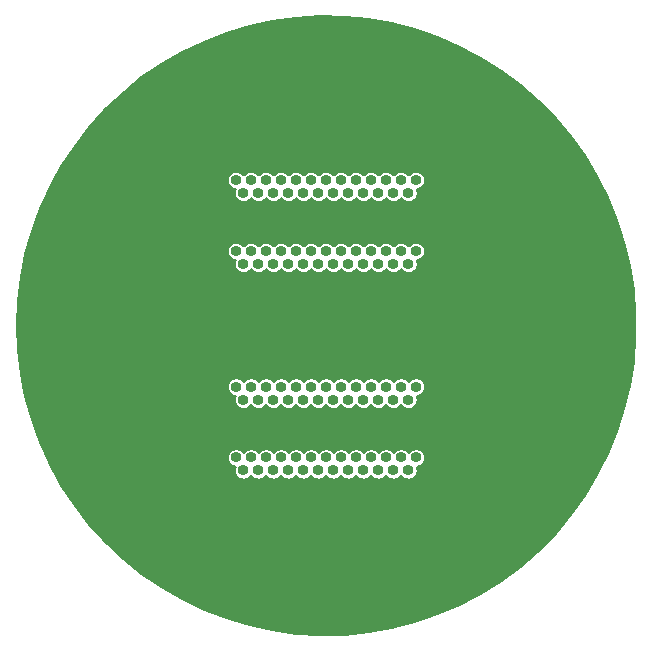
<source format=gbr>
%TF.GenerationSoftware,KiCad,Pcbnew,(5.1.10)-1*%
%TF.CreationDate,2023-01-05T11:00:30-07:00*%
%TF.ProjectId,Double_MicroD_25_Gateway,446f7562-6c65-45f4-9d69-63726f445f32,rev?*%
%TF.SameCoordinates,Original*%
%TF.FileFunction,Copper,L4,Bot*%
%TF.FilePolarity,Positive*%
%FSLAX46Y46*%
G04 Gerber Fmt 4.6, Leading zero omitted, Abs format (unit mm)*
G04 Created by KiCad (PCBNEW (5.1.10)-1) date 2023-01-05 11:00:30*
%MOMM*%
%LPD*%
G01*
G04 APERTURE LIST*
%TA.AperFunction,ComponentPad*%
%ADD10O,0.920000X0.920000*%
%TD*%
%TA.AperFunction,NonConductor*%
%ADD11C,0.254000*%
%TD*%
%TA.AperFunction,NonConductor*%
%ADD12C,0.100000*%
%TD*%
G04 APERTURE END LIST*
D10*
%TO.P,J4,1*%
%TO.N,Net-(J3-Pad13)*%
X7620000Y-11196000D03*
%TO.P,J4,14*%
%TO.N,Net-(J3-Pad25)*%
X6985000Y-12296000D03*
%TO.P,J4,2*%
%TO.N,Net-(J3-Pad12)*%
X6350000Y-11196000D03*
%TO.P,J4,15*%
%TO.N,Net-(J3-Pad24)*%
X5715000Y-12296000D03*
%TO.P,J4,3*%
%TO.N,Net-(J3-Pad11)*%
X5080000Y-11196000D03*
%TO.P,J4,16*%
%TO.N,Net-(J3-Pad23)*%
X4445000Y-12296000D03*
%TO.P,J4,4*%
%TO.N,Net-(J3-Pad10)*%
X3810000Y-11196000D03*
%TO.P,J4,17*%
%TO.N,Net-(J3-Pad22)*%
X3175000Y-12296000D03*
%TO.P,J4,5*%
%TO.N,Net-(J3-Pad9)*%
X2540000Y-11196000D03*
%TO.P,J4,18*%
%TO.N,Net-(J3-Pad21)*%
X1905000Y-12296000D03*
%TO.P,J4,6*%
%TO.N,Net-(J3-Pad8)*%
X1270000Y-11196000D03*
%TO.P,J4,19*%
%TO.N,Net-(J3-Pad20)*%
X635000Y-12296000D03*
%TO.P,J4,7*%
%TO.N,Net-(J3-Pad7)*%
X0Y-11196000D03*
%TO.P,J4,20*%
%TO.N,Net-(J3-Pad19)*%
X-635000Y-12296000D03*
%TO.P,J4,8*%
%TO.N,Net-(J3-Pad6)*%
X-1270000Y-11196000D03*
%TO.P,J4,21*%
%TO.N,Net-(J3-Pad18)*%
X-1905000Y-12296000D03*
%TO.P,J4,9*%
%TO.N,Net-(J3-Pad5)*%
X-2540000Y-11196000D03*
%TO.P,J4,22*%
%TO.N,Net-(J3-Pad17)*%
X-3175000Y-12296000D03*
%TO.P,J4,10*%
%TO.N,Net-(J3-Pad4)*%
X-3810000Y-11196000D03*
%TO.P,J4,23*%
%TO.N,Net-(J3-Pad16)*%
X-4445000Y-12296000D03*
%TO.P,J4,11*%
%TO.N,Net-(J3-Pad3)*%
X-5080000Y-11196000D03*
%TO.P,J4,24*%
%TO.N,Net-(J3-Pad15)*%
X-5715000Y-12296000D03*
%TO.P,J4,12*%
%TO.N,Net-(J3-Pad2)*%
X-6350000Y-11196000D03*
%TO.P,J4,25*%
%TO.N,Net-(J3-Pad14)*%
X-6985000Y-12296000D03*
%TO.P,J4,13*%
%TO.N,Net-(J3-Pad1)*%
X-7620000Y-11196000D03*
%TD*%
%TO.P,J3,1*%
%TO.N,Net-(J3-Pad1)*%
X-7620000Y-5196000D03*
%TO.P,J3,14*%
%TO.N,Net-(J3-Pad14)*%
X-6985000Y-6296000D03*
%TO.P,J3,2*%
%TO.N,Net-(J3-Pad2)*%
X-6350000Y-5196000D03*
%TO.P,J3,15*%
%TO.N,Net-(J3-Pad15)*%
X-5715000Y-6296000D03*
%TO.P,J3,3*%
%TO.N,Net-(J3-Pad3)*%
X-5080000Y-5196000D03*
%TO.P,J3,16*%
%TO.N,Net-(J3-Pad16)*%
X-4445000Y-6296000D03*
%TO.P,J3,4*%
%TO.N,Net-(J3-Pad4)*%
X-3810000Y-5196000D03*
%TO.P,J3,17*%
%TO.N,Net-(J3-Pad17)*%
X-3175000Y-6296000D03*
%TO.P,J3,5*%
%TO.N,Net-(J3-Pad5)*%
X-2540000Y-5196000D03*
%TO.P,J3,18*%
%TO.N,Net-(J3-Pad18)*%
X-1905000Y-6296000D03*
%TO.P,J3,6*%
%TO.N,Net-(J3-Pad6)*%
X-1270000Y-5196000D03*
%TO.P,J3,19*%
%TO.N,Net-(J3-Pad19)*%
X-635000Y-6296000D03*
%TO.P,J3,7*%
%TO.N,Net-(J3-Pad7)*%
X0Y-5196000D03*
%TO.P,J3,20*%
%TO.N,Net-(J3-Pad20)*%
X635000Y-6296000D03*
%TO.P,J3,8*%
%TO.N,Net-(J3-Pad8)*%
X1270000Y-5196000D03*
%TO.P,J3,21*%
%TO.N,Net-(J3-Pad21)*%
X1905000Y-6296000D03*
%TO.P,J3,9*%
%TO.N,Net-(J3-Pad9)*%
X2540000Y-5196000D03*
%TO.P,J3,22*%
%TO.N,Net-(J3-Pad22)*%
X3175000Y-6296000D03*
%TO.P,J3,10*%
%TO.N,Net-(J3-Pad10)*%
X3810000Y-5196000D03*
%TO.P,J3,23*%
%TO.N,Net-(J3-Pad23)*%
X4445000Y-6296000D03*
%TO.P,J3,11*%
%TO.N,Net-(J3-Pad11)*%
X5080000Y-5196000D03*
%TO.P,J3,24*%
%TO.N,Net-(J3-Pad24)*%
X5715000Y-6296000D03*
%TO.P,J3,12*%
%TO.N,Net-(J3-Pad12)*%
X6350000Y-5196000D03*
%TO.P,J3,25*%
%TO.N,Net-(J3-Pad25)*%
X6985000Y-6296000D03*
%TO.P,J3,13*%
%TO.N,Net-(J3-Pad13)*%
X7620000Y-5196000D03*
%TD*%
%TO.P,J2,1*%
%TO.N,Net-(J1-Pad13)*%
X7620000Y12296000D03*
%TO.P,J2,14*%
%TO.N,Net-(J1-Pad25)*%
X6985000Y11196000D03*
%TO.P,J2,2*%
%TO.N,Net-(J1-Pad12)*%
X6350000Y12296000D03*
%TO.P,J2,15*%
%TO.N,Net-(J1-Pad24)*%
X5715000Y11196000D03*
%TO.P,J2,3*%
%TO.N,Net-(J1-Pad11)*%
X5080000Y12296000D03*
%TO.P,J2,16*%
%TO.N,Net-(J1-Pad23)*%
X4445000Y11196000D03*
%TO.P,J2,4*%
%TO.N,Net-(J1-Pad10)*%
X3810000Y12296000D03*
%TO.P,J2,17*%
%TO.N,Net-(J1-Pad22)*%
X3175000Y11196000D03*
%TO.P,J2,5*%
%TO.N,Net-(J1-Pad9)*%
X2540000Y12296000D03*
%TO.P,J2,18*%
%TO.N,Net-(J1-Pad21)*%
X1905000Y11196000D03*
%TO.P,J2,6*%
%TO.N,Net-(J1-Pad8)*%
X1270000Y12296000D03*
%TO.P,J2,19*%
%TO.N,Net-(J1-Pad20)*%
X635000Y11196000D03*
%TO.P,J2,7*%
%TO.N,Net-(J1-Pad7)*%
X0Y12296000D03*
%TO.P,J2,20*%
%TO.N,Net-(J1-Pad19)*%
X-635000Y11196000D03*
%TO.P,J2,8*%
%TO.N,Net-(J1-Pad6)*%
X-1270000Y12296000D03*
%TO.P,J2,21*%
%TO.N,Net-(J1-Pad18)*%
X-1905000Y11196000D03*
%TO.P,J2,9*%
%TO.N,Net-(J1-Pad5)*%
X-2540000Y12296000D03*
%TO.P,J2,22*%
%TO.N,Net-(J1-Pad17)*%
X-3175000Y11196000D03*
%TO.P,J2,10*%
%TO.N,Net-(J1-Pad4)*%
X-3810000Y12296000D03*
%TO.P,J2,23*%
%TO.N,Net-(J1-Pad16)*%
X-4445000Y11196000D03*
%TO.P,J2,11*%
%TO.N,Net-(J1-Pad3)*%
X-5080000Y12296000D03*
%TO.P,J2,24*%
%TO.N,Net-(J1-Pad15)*%
X-5715000Y11196000D03*
%TO.P,J2,12*%
%TO.N,Net-(J1-Pad2)*%
X-6350000Y12296000D03*
%TO.P,J2,25*%
%TO.N,Net-(J1-Pad14)*%
X-6985000Y11196000D03*
%TO.P,J2,13*%
%TO.N,Net-(J1-Pad1)*%
X-7620000Y12296000D03*
%TD*%
%TO.P,J1,1*%
%TO.N,Net-(J1-Pad1)*%
X-7620000Y6296000D03*
%TO.P,J1,14*%
%TO.N,Net-(J1-Pad14)*%
X-6985000Y5196000D03*
%TO.P,J1,2*%
%TO.N,Net-(J1-Pad2)*%
X-6350000Y6296000D03*
%TO.P,J1,15*%
%TO.N,Net-(J1-Pad15)*%
X-5715000Y5196000D03*
%TO.P,J1,3*%
%TO.N,Net-(J1-Pad3)*%
X-5080000Y6296000D03*
%TO.P,J1,16*%
%TO.N,Net-(J1-Pad16)*%
X-4445000Y5196000D03*
%TO.P,J1,4*%
%TO.N,Net-(J1-Pad4)*%
X-3810000Y6296000D03*
%TO.P,J1,17*%
%TO.N,Net-(J1-Pad17)*%
X-3175000Y5196000D03*
%TO.P,J1,5*%
%TO.N,Net-(J1-Pad5)*%
X-2540000Y6296000D03*
%TO.P,J1,18*%
%TO.N,Net-(J1-Pad18)*%
X-1905000Y5196000D03*
%TO.P,J1,6*%
%TO.N,Net-(J1-Pad6)*%
X-1270000Y6296000D03*
%TO.P,J1,19*%
%TO.N,Net-(J1-Pad19)*%
X-635000Y5196000D03*
%TO.P,J1,7*%
%TO.N,Net-(J1-Pad7)*%
X0Y6296000D03*
%TO.P,J1,20*%
%TO.N,Net-(J1-Pad20)*%
X635000Y5196000D03*
%TO.P,J1,8*%
%TO.N,Net-(J1-Pad8)*%
X1270000Y6296000D03*
%TO.P,J1,21*%
%TO.N,Net-(J1-Pad21)*%
X1905000Y5196000D03*
%TO.P,J1,9*%
%TO.N,Net-(J1-Pad9)*%
X2540000Y6296000D03*
%TO.P,J1,22*%
%TO.N,Net-(J1-Pad22)*%
X3175000Y5196000D03*
%TO.P,J1,10*%
%TO.N,Net-(J1-Pad10)*%
X3810000Y6296000D03*
%TO.P,J1,23*%
%TO.N,Net-(J1-Pad23)*%
X4445000Y5196000D03*
%TO.P,J1,11*%
%TO.N,Net-(J1-Pad11)*%
X5080000Y6296000D03*
%TO.P,J1,24*%
%TO.N,Net-(J1-Pad24)*%
X5715000Y5196000D03*
%TO.P,J1,12*%
%TO.N,Net-(J1-Pad12)*%
X6350000Y6296000D03*
%TO.P,J1,25*%
%TO.N,Net-(J1-Pad25)*%
X6985000Y5196000D03*
%TO.P,J1,13*%
%TO.N,Net-(J1-Pad13)*%
X7620000Y6296000D03*
%TD*%
D11*
X1520371Y26103762D02*
X3538643Y25907449D01*
X5535633Y25555326D01*
X7499331Y25049510D01*
X9417927Y24393043D01*
X11279883Y23589874D01*
X13074000Y22644832D01*
X14789489Y21563602D01*
X16416031Y20352686D01*
X17943846Y19019366D01*
X19363745Y17571662D01*
X20667188Y16018279D01*
X21846335Y14368561D01*
X22894097Y12632428D01*
X23804170Y10820323D01*
X24571083Y8943143D01*
X25190222Y7012177D01*
X25657864Y5039040D01*
X25971197Y3035598D01*
X26128335Y1013898D01*
X26128335Y-1013898D01*
X25971197Y-3035598D01*
X25657864Y-5039040D01*
X25190222Y-7012177D01*
X24571083Y-8943143D01*
X23804170Y-10820323D01*
X22894097Y-12632428D01*
X21846335Y-14368561D01*
X20667188Y-16018279D01*
X19363745Y-17571662D01*
X17943846Y-19019366D01*
X16416031Y-20352686D01*
X14789489Y-21563602D01*
X13074000Y-22644832D01*
X11279883Y-23589874D01*
X9417927Y-24393043D01*
X7499331Y-25049510D01*
X5535633Y-25555326D01*
X3538643Y-25907449D01*
X1520371Y-26103762D01*
X-507045Y-26143083D01*
X-2531411Y-26025178D01*
X-4540553Y-25750753D01*
X-6522387Y-25321461D01*
X-8464995Y-24739882D01*
X-10356694Y-24009515D01*
X-12186106Y-23134751D01*
X-13942230Y-22120853D01*
X-15614503Y-20973917D01*
X-17192869Y-19700842D01*
X-18667835Y-18309283D01*
X-20030530Y-16807610D01*
X-21272760Y-15204855D01*
X-22387052Y-13510655D01*
X-23366706Y-11735201D01*
X-23647036Y-11118487D01*
X-8407000Y-11118487D01*
X-8407000Y-11273513D01*
X-8376756Y-11425559D01*
X-8317430Y-11568784D01*
X-8231303Y-11697683D01*
X-8121683Y-11807303D01*
X-7992784Y-11893430D01*
X-7849559Y-11952756D01*
X-7706457Y-11981221D01*
X-7741756Y-12066441D01*
X-7772000Y-12218487D01*
X-7772000Y-12373513D01*
X-7741756Y-12525559D01*
X-7682430Y-12668784D01*
X-7596303Y-12797683D01*
X-7486683Y-12907303D01*
X-7357784Y-12993430D01*
X-7214559Y-13052756D01*
X-7062513Y-13083000D01*
X-6907487Y-13083000D01*
X-6755441Y-13052756D01*
X-6612216Y-12993430D01*
X-6483317Y-12907303D01*
X-6373697Y-12797683D01*
X-6350000Y-12762218D01*
X-6326303Y-12797683D01*
X-6216683Y-12907303D01*
X-6087784Y-12993430D01*
X-5944559Y-13052756D01*
X-5792513Y-13083000D01*
X-5637487Y-13083000D01*
X-5485441Y-13052756D01*
X-5342216Y-12993430D01*
X-5213317Y-12907303D01*
X-5103697Y-12797683D01*
X-5080000Y-12762218D01*
X-5056303Y-12797683D01*
X-4946683Y-12907303D01*
X-4817784Y-12993430D01*
X-4674559Y-13052756D01*
X-4522513Y-13083000D01*
X-4367487Y-13083000D01*
X-4215441Y-13052756D01*
X-4072216Y-12993430D01*
X-3943317Y-12907303D01*
X-3833697Y-12797683D01*
X-3810000Y-12762218D01*
X-3786303Y-12797683D01*
X-3676683Y-12907303D01*
X-3547784Y-12993430D01*
X-3404559Y-13052756D01*
X-3252513Y-13083000D01*
X-3097487Y-13083000D01*
X-2945441Y-13052756D01*
X-2802216Y-12993430D01*
X-2673317Y-12907303D01*
X-2563697Y-12797683D01*
X-2540000Y-12762218D01*
X-2516303Y-12797683D01*
X-2406683Y-12907303D01*
X-2277784Y-12993430D01*
X-2134559Y-13052756D01*
X-1982513Y-13083000D01*
X-1827487Y-13083000D01*
X-1675441Y-13052756D01*
X-1532216Y-12993430D01*
X-1403317Y-12907303D01*
X-1293697Y-12797683D01*
X-1270000Y-12762218D01*
X-1246303Y-12797683D01*
X-1136683Y-12907303D01*
X-1007784Y-12993430D01*
X-864559Y-13052756D01*
X-712513Y-13083000D01*
X-557487Y-13083000D01*
X-405441Y-13052756D01*
X-262216Y-12993430D01*
X-133317Y-12907303D01*
X-23697Y-12797683D01*
X0Y-12762218D01*
X23697Y-12797683D01*
X133317Y-12907303D01*
X262216Y-12993430D01*
X405441Y-13052756D01*
X557487Y-13083000D01*
X712513Y-13083000D01*
X864559Y-13052756D01*
X1007784Y-12993430D01*
X1136683Y-12907303D01*
X1246303Y-12797683D01*
X1270000Y-12762218D01*
X1293697Y-12797683D01*
X1403317Y-12907303D01*
X1532216Y-12993430D01*
X1675441Y-13052756D01*
X1827487Y-13083000D01*
X1982513Y-13083000D01*
X2134559Y-13052756D01*
X2277784Y-12993430D01*
X2406683Y-12907303D01*
X2516303Y-12797683D01*
X2540000Y-12762218D01*
X2563697Y-12797683D01*
X2673317Y-12907303D01*
X2802216Y-12993430D01*
X2945441Y-13052756D01*
X3097487Y-13083000D01*
X3252513Y-13083000D01*
X3404559Y-13052756D01*
X3547784Y-12993430D01*
X3676683Y-12907303D01*
X3786303Y-12797683D01*
X3810000Y-12762218D01*
X3833697Y-12797683D01*
X3943317Y-12907303D01*
X4072216Y-12993430D01*
X4215441Y-13052756D01*
X4367487Y-13083000D01*
X4522513Y-13083000D01*
X4674559Y-13052756D01*
X4817784Y-12993430D01*
X4946683Y-12907303D01*
X5056303Y-12797683D01*
X5080000Y-12762218D01*
X5103697Y-12797683D01*
X5213317Y-12907303D01*
X5342216Y-12993430D01*
X5485441Y-13052756D01*
X5637487Y-13083000D01*
X5792513Y-13083000D01*
X5944559Y-13052756D01*
X6087784Y-12993430D01*
X6216683Y-12907303D01*
X6326303Y-12797683D01*
X6350000Y-12762218D01*
X6373697Y-12797683D01*
X6483317Y-12907303D01*
X6612216Y-12993430D01*
X6755441Y-13052756D01*
X6907487Y-13083000D01*
X7062513Y-13083000D01*
X7214559Y-13052756D01*
X7357784Y-12993430D01*
X7486683Y-12907303D01*
X7596303Y-12797683D01*
X7682430Y-12668784D01*
X7741756Y-12525559D01*
X7772000Y-12373513D01*
X7772000Y-12218487D01*
X7741756Y-12066441D01*
X7706457Y-11981221D01*
X7849559Y-11952756D01*
X7992784Y-11893430D01*
X8121683Y-11807303D01*
X8231303Y-11697683D01*
X8317430Y-11568784D01*
X8376756Y-11425559D01*
X8407000Y-11273513D01*
X8407000Y-11118487D01*
X8376756Y-10966441D01*
X8317430Y-10823216D01*
X8231303Y-10694317D01*
X8121683Y-10584697D01*
X7992784Y-10498570D01*
X7849559Y-10439244D01*
X7697513Y-10409000D01*
X7542487Y-10409000D01*
X7390441Y-10439244D01*
X7247216Y-10498570D01*
X7118317Y-10584697D01*
X7008697Y-10694317D01*
X6985000Y-10729782D01*
X6961303Y-10694317D01*
X6851683Y-10584697D01*
X6722784Y-10498570D01*
X6579559Y-10439244D01*
X6427513Y-10409000D01*
X6272487Y-10409000D01*
X6120441Y-10439244D01*
X5977216Y-10498570D01*
X5848317Y-10584697D01*
X5738697Y-10694317D01*
X5715000Y-10729782D01*
X5691303Y-10694317D01*
X5581683Y-10584697D01*
X5452784Y-10498570D01*
X5309559Y-10439244D01*
X5157513Y-10409000D01*
X5002487Y-10409000D01*
X4850441Y-10439244D01*
X4707216Y-10498570D01*
X4578317Y-10584697D01*
X4468697Y-10694317D01*
X4445000Y-10729782D01*
X4421303Y-10694317D01*
X4311683Y-10584697D01*
X4182784Y-10498570D01*
X4039559Y-10439244D01*
X3887513Y-10409000D01*
X3732487Y-10409000D01*
X3580441Y-10439244D01*
X3437216Y-10498570D01*
X3308317Y-10584697D01*
X3198697Y-10694317D01*
X3175000Y-10729782D01*
X3151303Y-10694317D01*
X3041683Y-10584697D01*
X2912784Y-10498570D01*
X2769559Y-10439244D01*
X2617513Y-10409000D01*
X2462487Y-10409000D01*
X2310441Y-10439244D01*
X2167216Y-10498570D01*
X2038317Y-10584697D01*
X1928697Y-10694317D01*
X1905000Y-10729782D01*
X1881303Y-10694317D01*
X1771683Y-10584697D01*
X1642784Y-10498570D01*
X1499559Y-10439244D01*
X1347513Y-10409000D01*
X1192487Y-10409000D01*
X1040441Y-10439244D01*
X897216Y-10498570D01*
X768317Y-10584697D01*
X658697Y-10694317D01*
X635000Y-10729782D01*
X611303Y-10694317D01*
X501683Y-10584697D01*
X372784Y-10498570D01*
X229559Y-10439244D01*
X77513Y-10409000D01*
X-77513Y-10409000D01*
X-229559Y-10439244D01*
X-372784Y-10498570D01*
X-501683Y-10584697D01*
X-611303Y-10694317D01*
X-635000Y-10729782D01*
X-658697Y-10694317D01*
X-768317Y-10584697D01*
X-897216Y-10498570D01*
X-1040441Y-10439244D01*
X-1192487Y-10409000D01*
X-1347513Y-10409000D01*
X-1499559Y-10439244D01*
X-1642784Y-10498570D01*
X-1771683Y-10584697D01*
X-1881303Y-10694317D01*
X-1905000Y-10729782D01*
X-1928697Y-10694317D01*
X-2038317Y-10584697D01*
X-2167216Y-10498570D01*
X-2310441Y-10439244D01*
X-2462487Y-10409000D01*
X-2617513Y-10409000D01*
X-2769559Y-10439244D01*
X-2912784Y-10498570D01*
X-3041683Y-10584697D01*
X-3151303Y-10694317D01*
X-3175000Y-10729782D01*
X-3198697Y-10694317D01*
X-3308317Y-10584697D01*
X-3437216Y-10498570D01*
X-3580441Y-10439244D01*
X-3732487Y-10409000D01*
X-3887513Y-10409000D01*
X-4039559Y-10439244D01*
X-4182784Y-10498570D01*
X-4311683Y-10584697D01*
X-4421303Y-10694317D01*
X-4445000Y-10729782D01*
X-4468697Y-10694317D01*
X-4578317Y-10584697D01*
X-4707216Y-10498570D01*
X-4850441Y-10439244D01*
X-5002487Y-10409000D01*
X-5157513Y-10409000D01*
X-5309559Y-10439244D01*
X-5452784Y-10498570D01*
X-5581683Y-10584697D01*
X-5691303Y-10694317D01*
X-5715000Y-10729782D01*
X-5738697Y-10694317D01*
X-5848317Y-10584697D01*
X-5977216Y-10498570D01*
X-6120441Y-10439244D01*
X-6272487Y-10409000D01*
X-6427513Y-10409000D01*
X-6579559Y-10439244D01*
X-6722784Y-10498570D01*
X-6851683Y-10584697D01*
X-6961303Y-10694317D01*
X-6985000Y-10729782D01*
X-7008697Y-10694317D01*
X-7118317Y-10584697D01*
X-7247216Y-10498570D01*
X-7390441Y-10439244D01*
X-7542487Y-10409000D01*
X-7697513Y-10409000D01*
X-7849559Y-10439244D01*
X-7992784Y-10498570D01*
X-8121683Y-10584697D01*
X-8231303Y-10694317D01*
X-8317430Y-10823216D01*
X-8376756Y-10966441D01*
X-8407000Y-11118487D01*
X-23647036Y-11118487D01*
X-24205830Y-9889170D01*
X-24899378Y-7983664D01*
X-25443177Y-6030144D01*
X-25622220Y-5118487D01*
X-8407000Y-5118487D01*
X-8407000Y-5273513D01*
X-8376756Y-5425559D01*
X-8317430Y-5568784D01*
X-8231303Y-5697683D01*
X-8121683Y-5807303D01*
X-7992784Y-5893430D01*
X-7849559Y-5952756D01*
X-7706457Y-5981221D01*
X-7741756Y-6066441D01*
X-7772000Y-6218487D01*
X-7772000Y-6373513D01*
X-7741756Y-6525559D01*
X-7682430Y-6668784D01*
X-7596303Y-6797683D01*
X-7486683Y-6907303D01*
X-7357784Y-6993430D01*
X-7214559Y-7052756D01*
X-7062513Y-7083000D01*
X-6907487Y-7083000D01*
X-6755441Y-7052756D01*
X-6612216Y-6993430D01*
X-6483317Y-6907303D01*
X-6373697Y-6797683D01*
X-6350000Y-6762218D01*
X-6326303Y-6797683D01*
X-6216683Y-6907303D01*
X-6087784Y-6993430D01*
X-5944559Y-7052756D01*
X-5792513Y-7083000D01*
X-5637487Y-7083000D01*
X-5485441Y-7052756D01*
X-5342216Y-6993430D01*
X-5213317Y-6907303D01*
X-5103697Y-6797683D01*
X-5080000Y-6762218D01*
X-5056303Y-6797683D01*
X-4946683Y-6907303D01*
X-4817784Y-6993430D01*
X-4674559Y-7052756D01*
X-4522513Y-7083000D01*
X-4367487Y-7083000D01*
X-4215441Y-7052756D01*
X-4072216Y-6993430D01*
X-3943317Y-6907303D01*
X-3833697Y-6797683D01*
X-3810000Y-6762218D01*
X-3786303Y-6797683D01*
X-3676683Y-6907303D01*
X-3547784Y-6993430D01*
X-3404559Y-7052756D01*
X-3252513Y-7083000D01*
X-3097487Y-7083000D01*
X-2945441Y-7052756D01*
X-2802216Y-6993430D01*
X-2673317Y-6907303D01*
X-2563697Y-6797683D01*
X-2540000Y-6762218D01*
X-2516303Y-6797683D01*
X-2406683Y-6907303D01*
X-2277784Y-6993430D01*
X-2134559Y-7052756D01*
X-1982513Y-7083000D01*
X-1827487Y-7083000D01*
X-1675441Y-7052756D01*
X-1532216Y-6993430D01*
X-1403317Y-6907303D01*
X-1293697Y-6797683D01*
X-1270000Y-6762218D01*
X-1246303Y-6797683D01*
X-1136683Y-6907303D01*
X-1007784Y-6993430D01*
X-864559Y-7052756D01*
X-712513Y-7083000D01*
X-557487Y-7083000D01*
X-405441Y-7052756D01*
X-262216Y-6993430D01*
X-133317Y-6907303D01*
X-23697Y-6797683D01*
X0Y-6762218D01*
X23697Y-6797683D01*
X133317Y-6907303D01*
X262216Y-6993430D01*
X405441Y-7052756D01*
X557487Y-7083000D01*
X712513Y-7083000D01*
X864559Y-7052756D01*
X1007784Y-6993430D01*
X1136683Y-6907303D01*
X1246303Y-6797683D01*
X1270000Y-6762218D01*
X1293697Y-6797683D01*
X1403317Y-6907303D01*
X1532216Y-6993430D01*
X1675441Y-7052756D01*
X1827487Y-7083000D01*
X1982513Y-7083000D01*
X2134559Y-7052756D01*
X2277784Y-6993430D01*
X2406683Y-6907303D01*
X2516303Y-6797683D01*
X2540000Y-6762218D01*
X2563697Y-6797683D01*
X2673317Y-6907303D01*
X2802216Y-6993430D01*
X2945441Y-7052756D01*
X3097487Y-7083000D01*
X3252513Y-7083000D01*
X3404559Y-7052756D01*
X3547784Y-6993430D01*
X3676683Y-6907303D01*
X3786303Y-6797683D01*
X3810000Y-6762218D01*
X3833697Y-6797683D01*
X3943317Y-6907303D01*
X4072216Y-6993430D01*
X4215441Y-7052756D01*
X4367487Y-7083000D01*
X4522513Y-7083000D01*
X4674559Y-7052756D01*
X4817784Y-6993430D01*
X4946683Y-6907303D01*
X5056303Y-6797683D01*
X5080000Y-6762218D01*
X5103697Y-6797683D01*
X5213317Y-6907303D01*
X5342216Y-6993430D01*
X5485441Y-7052756D01*
X5637487Y-7083000D01*
X5792513Y-7083000D01*
X5944559Y-7052756D01*
X6087784Y-6993430D01*
X6216683Y-6907303D01*
X6326303Y-6797683D01*
X6350000Y-6762218D01*
X6373697Y-6797683D01*
X6483317Y-6907303D01*
X6612216Y-6993430D01*
X6755441Y-7052756D01*
X6907487Y-7083000D01*
X7062513Y-7083000D01*
X7214559Y-7052756D01*
X7357784Y-6993430D01*
X7486683Y-6907303D01*
X7596303Y-6797683D01*
X7682430Y-6668784D01*
X7741756Y-6525559D01*
X7772000Y-6373513D01*
X7772000Y-6218487D01*
X7741756Y-6066441D01*
X7706457Y-5981221D01*
X7849559Y-5952756D01*
X7992784Y-5893430D01*
X8121683Y-5807303D01*
X8231303Y-5697683D01*
X8317430Y-5568784D01*
X8376756Y-5425559D01*
X8407000Y-5273513D01*
X8407000Y-5118487D01*
X8376756Y-4966441D01*
X8317430Y-4823216D01*
X8231303Y-4694317D01*
X8121683Y-4584697D01*
X7992784Y-4498570D01*
X7849559Y-4439244D01*
X7697513Y-4409000D01*
X7542487Y-4409000D01*
X7390441Y-4439244D01*
X7247216Y-4498570D01*
X7118317Y-4584697D01*
X7008697Y-4694317D01*
X6985000Y-4729782D01*
X6961303Y-4694317D01*
X6851683Y-4584697D01*
X6722784Y-4498570D01*
X6579559Y-4439244D01*
X6427513Y-4409000D01*
X6272487Y-4409000D01*
X6120441Y-4439244D01*
X5977216Y-4498570D01*
X5848317Y-4584697D01*
X5738697Y-4694317D01*
X5715000Y-4729782D01*
X5691303Y-4694317D01*
X5581683Y-4584697D01*
X5452784Y-4498570D01*
X5309559Y-4439244D01*
X5157513Y-4409000D01*
X5002487Y-4409000D01*
X4850441Y-4439244D01*
X4707216Y-4498570D01*
X4578317Y-4584697D01*
X4468697Y-4694317D01*
X4445000Y-4729782D01*
X4421303Y-4694317D01*
X4311683Y-4584697D01*
X4182784Y-4498570D01*
X4039559Y-4439244D01*
X3887513Y-4409000D01*
X3732487Y-4409000D01*
X3580441Y-4439244D01*
X3437216Y-4498570D01*
X3308317Y-4584697D01*
X3198697Y-4694317D01*
X3175000Y-4729782D01*
X3151303Y-4694317D01*
X3041683Y-4584697D01*
X2912784Y-4498570D01*
X2769559Y-4439244D01*
X2617513Y-4409000D01*
X2462487Y-4409000D01*
X2310441Y-4439244D01*
X2167216Y-4498570D01*
X2038317Y-4584697D01*
X1928697Y-4694317D01*
X1905000Y-4729782D01*
X1881303Y-4694317D01*
X1771683Y-4584697D01*
X1642784Y-4498570D01*
X1499559Y-4439244D01*
X1347513Y-4409000D01*
X1192487Y-4409000D01*
X1040441Y-4439244D01*
X897216Y-4498570D01*
X768317Y-4584697D01*
X658697Y-4694317D01*
X635000Y-4729782D01*
X611303Y-4694317D01*
X501683Y-4584697D01*
X372784Y-4498570D01*
X229559Y-4439244D01*
X77513Y-4409000D01*
X-77513Y-4409000D01*
X-229559Y-4439244D01*
X-372784Y-4498570D01*
X-501683Y-4584697D01*
X-611303Y-4694317D01*
X-635000Y-4729782D01*
X-658697Y-4694317D01*
X-768317Y-4584697D01*
X-897216Y-4498570D01*
X-1040441Y-4439244D01*
X-1192487Y-4409000D01*
X-1347513Y-4409000D01*
X-1499559Y-4439244D01*
X-1642784Y-4498570D01*
X-1771683Y-4584697D01*
X-1881303Y-4694317D01*
X-1905000Y-4729782D01*
X-1928697Y-4694317D01*
X-2038317Y-4584697D01*
X-2167216Y-4498570D01*
X-2310441Y-4439244D01*
X-2462487Y-4409000D01*
X-2617513Y-4409000D01*
X-2769559Y-4439244D01*
X-2912784Y-4498570D01*
X-3041683Y-4584697D01*
X-3151303Y-4694317D01*
X-3175000Y-4729782D01*
X-3198697Y-4694317D01*
X-3308317Y-4584697D01*
X-3437216Y-4498570D01*
X-3580441Y-4439244D01*
X-3732487Y-4409000D01*
X-3887513Y-4409000D01*
X-4039559Y-4439244D01*
X-4182784Y-4498570D01*
X-4311683Y-4584697D01*
X-4421303Y-4694317D01*
X-4445000Y-4729782D01*
X-4468697Y-4694317D01*
X-4578317Y-4584697D01*
X-4707216Y-4498570D01*
X-4850441Y-4439244D01*
X-5002487Y-4409000D01*
X-5157513Y-4409000D01*
X-5309559Y-4439244D01*
X-5452784Y-4498570D01*
X-5581683Y-4584697D01*
X-5691303Y-4694317D01*
X-5715000Y-4729782D01*
X-5738697Y-4694317D01*
X-5848317Y-4584697D01*
X-5977216Y-4498570D01*
X-6120441Y-4439244D01*
X-6272487Y-4409000D01*
X-6427513Y-4409000D01*
X-6579559Y-4439244D01*
X-6722784Y-4498570D01*
X-6851683Y-4584697D01*
X-6961303Y-4694317D01*
X-6985000Y-4729782D01*
X-7008697Y-4694317D01*
X-7118317Y-4584697D01*
X-7247216Y-4498570D01*
X-7390441Y-4439244D01*
X-7542487Y-4409000D01*
X-7697513Y-4409000D01*
X-7849559Y-4439244D01*
X-7992784Y-4498570D01*
X-8121683Y-4584697D01*
X-8231303Y-4694317D01*
X-8317430Y-4823216D01*
X-8376756Y-4966441D01*
X-8407000Y-5118487D01*
X-25622220Y-5118487D01*
X-25833959Y-4040357D01*
X-26069371Y-2026272D01*
X-26148000Y0D01*
X-26069371Y2026272D01*
X-25833959Y4040357D01*
X-25443177Y6030144D01*
X-25347594Y6373513D01*
X-8407000Y6373513D01*
X-8407000Y6218487D01*
X-8376756Y6066441D01*
X-8317430Y5923216D01*
X-8231303Y5794317D01*
X-8121683Y5684697D01*
X-7992784Y5598570D01*
X-7849559Y5539244D01*
X-7706457Y5510779D01*
X-7741756Y5425559D01*
X-7772000Y5273513D01*
X-7772000Y5118487D01*
X-7741756Y4966441D01*
X-7682430Y4823216D01*
X-7596303Y4694317D01*
X-7486683Y4584697D01*
X-7357784Y4498570D01*
X-7214559Y4439244D01*
X-7062513Y4409000D01*
X-6907487Y4409000D01*
X-6755441Y4439244D01*
X-6612216Y4498570D01*
X-6483317Y4584697D01*
X-6373697Y4694317D01*
X-6350000Y4729782D01*
X-6326303Y4694317D01*
X-6216683Y4584697D01*
X-6087784Y4498570D01*
X-5944559Y4439244D01*
X-5792513Y4409000D01*
X-5637487Y4409000D01*
X-5485441Y4439244D01*
X-5342216Y4498570D01*
X-5213317Y4584697D01*
X-5103697Y4694317D01*
X-5080000Y4729782D01*
X-5056303Y4694317D01*
X-4946683Y4584697D01*
X-4817784Y4498570D01*
X-4674559Y4439244D01*
X-4522513Y4409000D01*
X-4367487Y4409000D01*
X-4215441Y4439244D01*
X-4072216Y4498570D01*
X-3943317Y4584697D01*
X-3833697Y4694317D01*
X-3810000Y4729782D01*
X-3786303Y4694317D01*
X-3676683Y4584697D01*
X-3547784Y4498570D01*
X-3404559Y4439244D01*
X-3252513Y4409000D01*
X-3097487Y4409000D01*
X-2945441Y4439244D01*
X-2802216Y4498570D01*
X-2673317Y4584697D01*
X-2563697Y4694317D01*
X-2540000Y4729782D01*
X-2516303Y4694317D01*
X-2406683Y4584697D01*
X-2277784Y4498570D01*
X-2134559Y4439244D01*
X-1982513Y4409000D01*
X-1827487Y4409000D01*
X-1675441Y4439244D01*
X-1532216Y4498570D01*
X-1403317Y4584697D01*
X-1293697Y4694317D01*
X-1270000Y4729782D01*
X-1246303Y4694317D01*
X-1136683Y4584697D01*
X-1007784Y4498570D01*
X-864559Y4439244D01*
X-712513Y4409000D01*
X-557487Y4409000D01*
X-405441Y4439244D01*
X-262216Y4498570D01*
X-133317Y4584697D01*
X-23697Y4694317D01*
X0Y4729782D01*
X23697Y4694317D01*
X133317Y4584697D01*
X262216Y4498570D01*
X405441Y4439244D01*
X557487Y4409000D01*
X712513Y4409000D01*
X864559Y4439244D01*
X1007784Y4498570D01*
X1136683Y4584697D01*
X1246303Y4694317D01*
X1270000Y4729782D01*
X1293697Y4694317D01*
X1403317Y4584697D01*
X1532216Y4498570D01*
X1675441Y4439244D01*
X1827487Y4409000D01*
X1982513Y4409000D01*
X2134559Y4439244D01*
X2277784Y4498570D01*
X2406683Y4584697D01*
X2516303Y4694317D01*
X2540000Y4729782D01*
X2563697Y4694317D01*
X2673317Y4584697D01*
X2802216Y4498570D01*
X2945441Y4439244D01*
X3097487Y4409000D01*
X3252513Y4409000D01*
X3404559Y4439244D01*
X3547784Y4498570D01*
X3676683Y4584697D01*
X3786303Y4694317D01*
X3810000Y4729782D01*
X3833697Y4694317D01*
X3943317Y4584697D01*
X4072216Y4498570D01*
X4215441Y4439244D01*
X4367487Y4409000D01*
X4522513Y4409000D01*
X4674559Y4439244D01*
X4817784Y4498570D01*
X4946683Y4584697D01*
X5056303Y4694317D01*
X5080000Y4729782D01*
X5103697Y4694317D01*
X5213317Y4584697D01*
X5342216Y4498570D01*
X5485441Y4439244D01*
X5637487Y4409000D01*
X5792513Y4409000D01*
X5944559Y4439244D01*
X6087784Y4498570D01*
X6216683Y4584697D01*
X6326303Y4694317D01*
X6350000Y4729782D01*
X6373697Y4694317D01*
X6483317Y4584697D01*
X6612216Y4498570D01*
X6755441Y4439244D01*
X6907487Y4409000D01*
X7062513Y4409000D01*
X7214559Y4439244D01*
X7357784Y4498570D01*
X7486683Y4584697D01*
X7596303Y4694317D01*
X7682430Y4823216D01*
X7741756Y4966441D01*
X7772000Y5118487D01*
X7772000Y5273513D01*
X7741756Y5425559D01*
X7706457Y5510779D01*
X7849559Y5539244D01*
X7992784Y5598570D01*
X8121683Y5684697D01*
X8231303Y5794317D01*
X8317430Y5923216D01*
X8376756Y6066441D01*
X8407000Y6218487D01*
X8407000Y6373513D01*
X8376756Y6525559D01*
X8317430Y6668784D01*
X8231303Y6797683D01*
X8121683Y6907303D01*
X7992784Y6993430D01*
X7849559Y7052756D01*
X7697513Y7083000D01*
X7542487Y7083000D01*
X7390441Y7052756D01*
X7247216Y6993430D01*
X7118317Y6907303D01*
X7008697Y6797683D01*
X6985000Y6762218D01*
X6961303Y6797683D01*
X6851683Y6907303D01*
X6722784Y6993430D01*
X6579559Y7052756D01*
X6427513Y7083000D01*
X6272487Y7083000D01*
X6120441Y7052756D01*
X5977216Y6993430D01*
X5848317Y6907303D01*
X5738697Y6797683D01*
X5715000Y6762218D01*
X5691303Y6797683D01*
X5581683Y6907303D01*
X5452784Y6993430D01*
X5309559Y7052756D01*
X5157513Y7083000D01*
X5002487Y7083000D01*
X4850441Y7052756D01*
X4707216Y6993430D01*
X4578317Y6907303D01*
X4468697Y6797683D01*
X4445000Y6762218D01*
X4421303Y6797683D01*
X4311683Y6907303D01*
X4182784Y6993430D01*
X4039559Y7052756D01*
X3887513Y7083000D01*
X3732487Y7083000D01*
X3580441Y7052756D01*
X3437216Y6993430D01*
X3308317Y6907303D01*
X3198697Y6797683D01*
X3175000Y6762218D01*
X3151303Y6797683D01*
X3041683Y6907303D01*
X2912784Y6993430D01*
X2769559Y7052756D01*
X2617513Y7083000D01*
X2462487Y7083000D01*
X2310441Y7052756D01*
X2167216Y6993430D01*
X2038317Y6907303D01*
X1928697Y6797683D01*
X1905000Y6762218D01*
X1881303Y6797683D01*
X1771683Y6907303D01*
X1642784Y6993430D01*
X1499559Y7052756D01*
X1347513Y7083000D01*
X1192487Y7083000D01*
X1040441Y7052756D01*
X897216Y6993430D01*
X768317Y6907303D01*
X658697Y6797683D01*
X635000Y6762218D01*
X611303Y6797683D01*
X501683Y6907303D01*
X372784Y6993430D01*
X229559Y7052756D01*
X77513Y7083000D01*
X-77513Y7083000D01*
X-229559Y7052756D01*
X-372784Y6993430D01*
X-501683Y6907303D01*
X-611303Y6797683D01*
X-635000Y6762218D01*
X-658697Y6797683D01*
X-768317Y6907303D01*
X-897216Y6993430D01*
X-1040441Y7052756D01*
X-1192487Y7083000D01*
X-1347513Y7083000D01*
X-1499559Y7052756D01*
X-1642784Y6993430D01*
X-1771683Y6907303D01*
X-1881303Y6797683D01*
X-1905000Y6762218D01*
X-1928697Y6797683D01*
X-2038317Y6907303D01*
X-2167216Y6993430D01*
X-2310441Y7052756D01*
X-2462487Y7083000D01*
X-2617513Y7083000D01*
X-2769559Y7052756D01*
X-2912784Y6993430D01*
X-3041683Y6907303D01*
X-3151303Y6797683D01*
X-3175000Y6762218D01*
X-3198697Y6797683D01*
X-3308317Y6907303D01*
X-3437216Y6993430D01*
X-3580441Y7052756D01*
X-3732487Y7083000D01*
X-3887513Y7083000D01*
X-4039559Y7052756D01*
X-4182784Y6993430D01*
X-4311683Y6907303D01*
X-4421303Y6797683D01*
X-4445000Y6762218D01*
X-4468697Y6797683D01*
X-4578317Y6907303D01*
X-4707216Y6993430D01*
X-4850441Y7052756D01*
X-5002487Y7083000D01*
X-5157513Y7083000D01*
X-5309559Y7052756D01*
X-5452784Y6993430D01*
X-5581683Y6907303D01*
X-5691303Y6797683D01*
X-5715000Y6762218D01*
X-5738697Y6797683D01*
X-5848317Y6907303D01*
X-5977216Y6993430D01*
X-6120441Y7052756D01*
X-6272487Y7083000D01*
X-6427513Y7083000D01*
X-6579559Y7052756D01*
X-6722784Y6993430D01*
X-6851683Y6907303D01*
X-6961303Y6797683D01*
X-6985000Y6762218D01*
X-7008697Y6797683D01*
X-7118317Y6907303D01*
X-7247216Y6993430D01*
X-7390441Y7052756D01*
X-7542487Y7083000D01*
X-7697513Y7083000D01*
X-7849559Y7052756D01*
X-7992784Y6993430D01*
X-8121683Y6907303D01*
X-8231303Y6797683D01*
X-8317430Y6668784D01*
X-8376756Y6525559D01*
X-8407000Y6373513D01*
X-25347594Y6373513D01*
X-24899378Y7983664D01*
X-24205830Y9889170D01*
X-23366706Y11735201D01*
X-23014501Y12373513D01*
X-8407000Y12373513D01*
X-8407000Y12218487D01*
X-8376756Y12066441D01*
X-8317430Y11923216D01*
X-8231303Y11794317D01*
X-8121683Y11684697D01*
X-7992784Y11598570D01*
X-7849559Y11539244D01*
X-7706457Y11510779D01*
X-7741756Y11425559D01*
X-7772000Y11273513D01*
X-7772000Y11118487D01*
X-7741756Y10966441D01*
X-7682430Y10823216D01*
X-7596303Y10694317D01*
X-7486683Y10584697D01*
X-7357784Y10498570D01*
X-7214559Y10439244D01*
X-7062513Y10409000D01*
X-6907487Y10409000D01*
X-6755441Y10439244D01*
X-6612216Y10498570D01*
X-6483317Y10584697D01*
X-6373697Y10694317D01*
X-6350000Y10729782D01*
X-6326303Y10694317D01*
X-6216683Y10584697D01*
X-6087784Y10498570D01*
X-5944559Y10439244D01*
X-5792513Y10409000D01*
X-5637487Y10409000D01*
X-5485441Y10439244D01*
X-5342216Y10498570D01*
X-5213317Y10584697D01*
X-5103697Y10694317D01*
X-5080000Y10729782D01*
X-5056303Y10694317D01*
X-4946683Y10584697D01*
X-4817784Y10498570D01*
X-4674559Y10439244D01*
X-4522513Y10409000D01*
X-4367487Y10409000D01*
X-4215441Y10439244D01*
X-4072216Y10498570D01*
X-3943317Y10584697D01*
X-3833697Y10694317D01*
X-3810000Y10729782D01*
X-3786303Y10694317D01*
X-3676683Y10584697D01*
X-3547784Y10498570D01*
X-3404559Y10439244D01*
X-3252513Y10409000D01*
X-3097487Y10409000D01*
X-2945441Y10439244D01*
X-2802216Y10498570D01*
X-2673317Y10584697D01*
X-2563697Y10694317D01*
X-2540000Y10729782D01*
X-2516303Y10694317D01*
X-2406683Y10584697D01*
X-2277784Y10498570D01*
X-2134559Y10439244D01*
X-1982513Y10409000D01*
X-1827487Y10409000D01*
X-1675441Y10439244D01*
X-1532216Y10498570D01*
X-1403317Y10584697D01*
X-1293697Y10694317D01*
X-1270000Y10729782D01*
X-1246303Y10694317D01*
X-1136683Y10584697D01*
X-1007784Y10498570D01*
X-864559Y10439244D01*
X-712513Y10409000D01*
X-557487Y10409000D01*
X-405441Y10439244D01*
X-262216Y10498570D01*
X-133317Y10584697D01*
X-23697Y10694317D01*
X0Y10729782D01*
X23697Y10694317D01*
X133317Y10584697D01*
X262216Y10498570D01*
X405441Y10439244D01*
X557487Y10409000D01*
X712513Y10409000D01*
X864559Y10439244D01*
X1007784Y10498570D01*
X1136683Y10584697D01*
X1246303Y10694317D01*
X1270000Y10729782D01*
X1293697Y10694317D01*
X1403317Y10584697D01*
X1532216Y10498570D01*
X1675441Y10439244D01*
X1827487Y10409000D01*
X1982513Y10409000D01*
X2134559Y10439244D01*
X2277784Y10498570D01*
X2406683Y10584697D01*
X2516303Y10694317D01*
X2540000Y10729782D01*
X2563697Y10694317D01*
X2673317Y10584697D01*
X2802216Y10498570D01*
X2945441Y10439244D01*
X3097487Y10409000D01*
X3252513Y10409000D01*
X3404559Y10439244D01*
X3547784Y10498570D01*
X3676683Y10584697D01*
X3786303Y10694317D01*
X3810000Y10729782D01*
X3833697Y10694317D01*
X3943317Y10584697D01*
X4072216Y10498570D01*
X4215441Y10439244D01*
X4367487Y10409000D01*
X4522513Y10409000D01*
X4674559Y10439244D01*
X4817784Y10498570D01*
X4946683Y10584697D01*
X5056303Y10694317D01*
X5080000Y10729782D01*
X5103697Y10694317D01*
X5213317Y10584697D01*
X5342216Y10498570D01*
X5485441Y10439244D01*
X5637487Y10409000D01*
X5792513Y10409000D01*
X5944559Y10439244D01*
X6087784Y10498570D01*
X6216683Y10584697D01*
X6326303Y10694317D01*
X6350000Y10729782D01*
X6373697Y10694317D01*
X6483317Y10584697D01*
X6612216Y10498570D01*
X6755441Y10439244D01*
X6907487Y10409000D01*
X7062513Y10409000D01*
X7214559Y10439244D01*
X7357784Y10498570D01*
X7486683Y10584697D01*
X7596303Y10694317D01*
X7682430Y10823216D01*
X7741756Y10966441D01*
X7772000Y11118487D01*
X7772000Y11273513D01*
X7741756Y11425559D01*
X7706457Y11510779D01*
X7849559Y11539244D01*
X7992784Y11598570D01*
X8121683Y11684697D01*
X8231303Y11794317D01*
X8317430Y11923216D01*
X8376756Y12066441D01*
X8407000Y12218487D01*
X8407000Y12373513D01*
X8376756Y12525559D01*
X8317430Y12668784D01*
X8231303Y12797683D01*
X8121683Y12907303D01*
X7992784Y12993430D01*
X7849559Y13052756D01*
X7697513Y13083000D01*
X7542487Y13083000D01*
X7390441Y13052756D01*
X7247216Y12993430D01*
X7118317Y12907303D01*
X7008697Y12797683D01*
X6985000Y12762218D01*
X6961303Y12797683D01*
X6851683Y12907303D01*
X6722784Y12993430D01*
X6579559Y13052756D01*
X6427513Y13083000D01*
X6272487Y13083000D01*
X6120441Y13052756D01*
X5977216Y12993430D01*
X5848317Y12907303D01*
X5738697Y12797683D01*
X5715000Y12762218D01*
X5691303Y12797683D01*
X5581683Y12907303D01*
X5452784Y12993430D01*
X5309559Y13052756D01*
X5157513Y13083000D01*
X5002487Y13083000D01*
X4850441Y13052756D01*
X4707216Y12993430D01*
X4578317Y12907303D01*
X4468697Y12797683D01*
X4445000Y12762218D01*
X4421303Y12797683D01*
X4311683Y12907303D01*
X4182784Y12993430D01*
X4039559Y13052756D01*
X3887513Y13083000D01*
X3732487Y13083000D01*
X3580441Y13052756D01*
X3437216Y12993430D01*
X3308317Y12907303D01*
X3198697Y12797683D01*
X3175000Y12762218D01*
X3151303Y12797683D01*
X3041683Y12907303D01*
X2912784Y12993430D01*
X2769559Y13052756D01*
X2617513Y13083000D01*
X2462487Y13083000D01*
X2310441Y13052756D01*
X2167216Y12993430D01*
X2038317Y12907303D01*
X1928697Y12797683D01*
X1905000Y12762218D01*
X1881303Y12797683D01*
X1771683Y12907303D01*
X1642784Y12993430D01*
X1499559Y13052756D01*
X1347513Y13083000D01*
X1192487Y13083000D01*
X1040441Y13052756D01*
X897216Y12993430D01*
X768317Y12907303D01*
X658697Y12797683D01*
X635000Y12762218D01*
X611303Y12797683D01*
X501683Y12907303D01*
X372784Y12993430D01*
X229559Y13052756D01*
X77513Y13083000D01*
X-77513Y13083000D01*
X-229559Y13052756D01*
X-372784Y12993430D01*
X-501683Y12907303D01*
X-611303Y12797683D01*
X-635000Y12762218D01*
X-658697Y12797683D01*
X-768317Y12907303D01*
X-897216Y12993430D01*
X-1040441Y13052756D01*
X-1192487Y13083000D01*
X-1347513Y13083000D01*
X-1499559Y13052756D01*
X-1642784Y12993430D01*
X-1771683Y12907303D01*
X-1881303Y12797683D01*
X-1905000Y12762218D01*
X-1928697Y12797683D01*
X-2038317Y12907303D01*
X-2167216Y12993430D01*
X-2310441Y13052756D01*
X-2462487Y13083000D01*
X-2617513Y13083000D01*
X-2769559Y13052756D01*
X-2912784Y12993430D01*
X-3041683Y12907303D01*
X-3151303Y12797683D01*
X-3175000Y12762218D01*
X-3198697Y12797683D01*
X-3308317Y12907303D01*
X-3437216Y12993430D01*
X-3580441Y13052756D01*
X-3732487Y13083000D01*
X-3887513Y13083000D01*
X-4039559Y13052756D01*
X-4182784Y12993430D01*
X-4311683Y12907303D01*
X-4421303Y12797683D01*
X-4445000Y12762218D01*
X-4468697Y12797683D01*
X-4578317Y12907303D01*
X-4707216Y12993430D01*
X-4850441Y13052756D01*
X-5002487Y13083000D01*
X-5157513Y13083000D01*
X-5309559Y13052756D01*
X-5452784Y12993430D01*
X-5581683Y12907303D01*
X-5691303Y12797683D01*
X-5715000Y12762218D01*
X-5738697Y12797683D01*
X-5848317Y12907303D01*
X-5977216Y12993430D01*
X-6120441Y13052756D01*
X-6272487Y13083000D01*
X-6427513Y13083000D01*
X-6579559Y13052756D01*
X-6722784Y12993430D01*
X-6851683Y12907303D01*
X-6961303Y12797683D01*
X-6985000Y12762218D01*
X-7008697Y12797683D01*
X-7118317Y12907303D01*
X-7247216Y12993430D01*
X-7390441Y13052756D01*
X-7542487Y13083000D01*
X-7697513Y13083000D01*
X-7849559Y13052756D01*
X-7992784Y12993430D01*
X-8121683Y12907303D01*
X-8231303Y12797683D01*
X-8317430Y12668784D01*
X-8376756Y12525559D01*
X-8407000Y12373513D01*
X-23014501Y12373513D01*
X-22387052Y13510655D01*
X-21272760Y15204855D01*
X-20030530Y16807610D01*
X-18667835Y18309283D01*
X-17192869Y19700842D01*
X-15614503Y20973917D01*
X-13942230Y22120853D01*
X-12186106Y23134751D01*
X-10356694Y24009515D01*
X-8464995Y24739882D01*
X-6522387Y25321461D01*
X-4540553Y25750753D01*
X-2531411Y26025178D01*
X-507045Y26143083D01*
X1520371Y26103762D01*
%TA.AperFunction,NonConductor*%
D12*
G36*
X1520371Y26103762D02*
G01*
X3538643Y25907449D01*
X5535633Y25555326D01*
X7499331Y25049510D01*
X9417927Y24393043D01*
X11279883Y23589874D01*
X13074000Y22644832D01*
X14789489Y21563602D01*
X16416031Y20352686D01*
X17943846Y19019366D01*
X19363745Y17571662D01*
X20667188Y16018279D01*
X21846335Y14368561D01*
X22894097Y12632428D01*
X23804170Y10820323D01*
X24571083Y8943143D01*
X25190222Y7012177D01*
X25657864Y5039040D01*
X25971197Y3035598D01*
X26128335Y1013898D01*
X26128335Y-1013898D01*
X25971197Y-3035598D01*
X25657864Y-5039040D01*
X25190222Y-7012177D01*
X24571083Y-8943143D01*
X23804170Y-10820323D01*
X22894097Y-12632428D01*
X21846335Y-14368561D01*
X20667188Y-16018279D01*
X19363745Y-17571662D01*
X17943846Y-19019366D01*
X16416031Y-20352686D01*
X14789489Y-21563602D01*
X13074000Y-22644832D01*
X11279883Y-23589874D01*
X9417927Y-24393043D01*
X7499331Y-25049510D01*
X5535633Y-25555326D01*
X3538643Y-25907449D01*
X1520371Y-26103762D01*
X-507045Y-26143083D01*
X-2531411Y-26025178D01*
X-4540553Y-25750753D01*
X-6522387Y-25321461D01*
X-8464995Y-24739882D01*
X-10356694Y-24009515D01*
X-12186106Y-23134751D01*
X-13942230Y-22120853D01*
X-15614503Y-20973917D01*
X-17192869Y-19700842D01*
X-18667835Y-18309283D01*
X-20030530Y-16807610D01*
X-21272760Y-15204855D01*
X-22387052Y-13510655D01*
X-23366706Y-11735201D01*
X-23647036Y-11118487D01*
X-8407000Y-11118487D01*
X-8407000Y-11273513D01*
X-8376756Y-11425559D01*
X-8317430Y-11568784D01*
X-8231303Y-11697683D01*
X-8121683Y-11807303D01*
X-7992784Y-11893430D01*
X-7849559Y-11952756D01*
X-7706457Y-11981221D01*
X-7741756Y-12066441D01*
X-7772000Y-12218487D01*
X-7772000Y-12373513D01*
X-7741756Y-12525559D01*
X-7682430Y-12668784D01*
X-7596303Y-12797683D01*
X-7486683Y-12907303D01*
X-7357784Y-12993430D01*
X-7214559Y-13052756D01*
X-7062513Y-13083000D01*
X-6907487Y-13083000D01*
X-6755441Y-13052756D01*
X-6612216Y-12993430D01*
X-6483317Y-12907303D01*
X-6373697Y-12797683D01*
X-6350000Y-12762218D01*
X-6326303Y-12797683D01*
X-6216683Y-12907303D01*
X-6087784Y-12993430D01*
X-5944559Y-13052756D01*
X-5792513Y-13083000D01*
X-5637487Y-13083000D01*
X-5485441Y-13052756D01*
X-5342216Y-12993430D01*
X-5213317Y-12907303D01*
X-5103697Y-12797683D01*
X-5080000Y-12762218D01*
X-5056303Y-12797683D01*
X-4946683Y-12907303D01*
X-4817784Y-12993430D01*
X-4674559Y-13052756D01*
X-4522513Y-13083000D01*
X-4367487Y-13083000D01*
X-4215441Y-13052756D01*
X-4072216Y-12993430D01*
X-3943317Y-12907303D01*
X-3833697Y-12797683D01*
X-3810000Y-12762218D01*
X-3786303Y-12797683D01*
X-3676683Y-12907303D01*
X-3547784Y-12993430D01*
X-3404559Y-13052756D01*
X-3252513Y-13083000D01*
X-3097487Y-13083000D01*
X-2945441Y-13052756D01*
X-2802216Y-12993430D01*
X-2673317Y-12907303D01*
X-2563697Y-12797683D01*
X-2540000Y-12762218D01*
X-2516303Y-12797683D01*
X-2406683Y-12907303D01*
X-2277784Y-12993430D01*
X-2134559Y-13052756D01*
X-1982513Y-13083000D01*
X-1827487Y-13083000D01*
X-1675441Y-13052756D01*
X-1532216Y-12993430D01*
X-1403317Y-12907303D01*
X-1293697Y-12797683D01*
X-1270000Y-12762218D01*
X-1246303Y-12797683D01*
X-1136683Y-12907303D01*
X-1007784Y-12993430D01*
X-864559Y-13052756D01*
X-712513Y-13083000D01*
X-557487Y-13083000D01*
X-405441Y-13052756D01*
X-262216Y-12993430D01*
X-133317Y-12907303D01*
X-23697Y-12797683D01*
X0Y-12762218D01*
X23697Y-12797683D01*
X133317Y-12907303D01*
X262216Y-12993430D01*
X405441Y-13052756D01*
X557487Y-13083000D01*
X712513Y-13083000D01*
X864559Y-13052756D01*
X1007784Y-12993430D01*
X1136683Y-12907303D01*
X1246303Y-12797683D01*
X1270000Y-12762218D01*
X1293697Y-12797683D01*
X1403317Y-12907303D01*
X1532216Y-12993430D01*
X1675441Y-13052756D01*
X1827487Y-13083000D01*
X1982513Y-13083000D01*
X2134559Y-13052756D01*
X2277784Y-12993430D01*
X2406683Y-12907303D01*
X2516303Y-12797683D01*
X2540000Y-12762218D01*
X2563697Y-12797683D01*
X2673317Y-12907303D01*
X2802216Y-12993430D01*
X2945441Y-13052756D01*
X3097487Y-13083000D01*
X3252513Y-13083000D01*
X3404559Y-13052756D01*
X3547784Y-12993430D01*
X3676683Y-12907303D01*
X3786303Y-12797683D01*
X3810000Y-12762218D01*
X3833697Y-12797683D01*
X3943317Y-12907303D01*
X4072216Y-12993430D01*
X4215441Y-13052756D01*
X4367487Y-13083000D01*
X4522513Y-13083000D01*
X4674559Y-13052756D01*
X4817784Y-12993430D01*
X4946683Y-12907303D01*
X5056303Y-12797683D01*
X5080000Y-12762218D01*
X5103697Y-12797683D01*
X5213317Y-12907303D01*
X5342216Y-12993430D01*
X5485441Y-13052756D01*
X5637487Y-13083000D01*
X5792513Y-13083000D01*
X5944559Y-13052756D01*
X6087784Y-12993430D01*
X6216683Y-12907303D01*
X6326303Y-12797683D01*
X6350000Y-12762218D01*
X6373697Y-12797683D01*
X6483317Y-12907303D01*
X6612216Y-12993430D01*
X6755441Y-13052756D01*
X6907487Y-13083000D01*
X7062513Y-13083000D01*
X7214559Y-13052756D01*
X7357784Y-12993430D01*
X7486683Y-12907303D01*
X7596303Y-12797683D01*
X7682430Y-12668784D01*
X7741756Y-12525559D01*
X7772000Y-12373513D01*
X7772000Y-12218487D01*
X7741756Y-12066441D01*
X7706457Y-11981221D01*
X7849559Y-11952756D01*
X7992784Y-11893430D01*
X8121683Y-11807303D01*
X8231303Y-11697683D01*
X8317430Y-11568784D01*
X8376756Y-11425559D01*
X8407000Y-11273513D01*
X8407000Y-11118487D01*
X8376756Y-10966441D01*
X8317430Y-10823216D01*
X8231303Y-10694317D01*
X8121683Y-10584697D01*
X7992784Y-10498570D01*
X7849559Y-10439244D01*
X7697513Y-10409000D01*
X7542487Y-10409000D01*
X7390441Y-10439244D01*
X7247216Y-10498570D01*
X7118317Y-10584697D01*
X7008697Y-10694317D01*
X6985000Y-10729782D01*
X6961303Y-10694317D01*
X6851683Y-10584697D01*
X6722784Y-10498570D01*
X6579559Y-10439244D01*
X6427513Y-10409000D01*
X6272487Y-10409000D01*
X6120441Y-10439244D01*
X5977216Y-10498570D01*
X5848317Y-10584697D01*
X5738697Y-10694317D01*
X5715000Y-10729782D01*
X5691303Y-10694317D01*
X5581683Y-10584697D01*
X5452784Y-10498570D01*
X5309559Y-10439244D01*
X5157513Y-10409000D01*
X5002487Y-10409000D01*
X4850441Y-10439244D01*
X4707216Y-10498570D01*
X4578317Y-10584697D01*
X4468697Y-10694317D01*
X4445000Y-10729782D01*
X4421303Y-10694317D01*
X4311683Y-10584697D01*
X4182784Y-10498570D01*
X4039559Y-10439244D01*
X3887513Y-10409000D01*
X3732487Y-10409000D01*
X3580441Y-10439244D01*
X3437216Y-10498570D01*
X3308317Y-10584697D01*
X3198697Y-10694317D01*
X3175000Y-10729782D01*
X3151303Y-10694317D01*
X3041683Y-10584697D01*
X2912784Y-10498570D01*
X2769559Y-10439244D01*
X2617513Y-10409000D01*
X2462487Y-10409000D01*
X2310441Y-10439244D01*
X2167216Y-10498570D01*
X2038317Y-10584697D01*
X1928697Y-10694317D01*
X1905000Y-10729782D01*
X1881303Y-10694317D01*
X1771683Y-10584697D01*
X1642784Y-10498570D01*
X1499559Y-10439244D01*
X1347513Y-10409000D01*
X1192487Y-10409000D01*
X1040441Y-10439244D01*
X897216Y-10498570D01*
X768317Y-10584697D01*
X658697Y-10694317D01*
X635000Y-10729782D01*
X611303Y-10694317D01*
X501683Y-10584697D01*
X372784Y-10498570D01*
X229559Y-10439244D01*
X77513Y-10409000D01*
X-77513Y-10409000D01*
X-229559Y-10439244D01*
X-372784Y-10498570D01*
X-501683Y-10584697D01*
X-611303Y-10694317D01*
X-635000Y-10729782D01*
X-658697Y-10694317D01*
X-768317Y-10584697D01*
X-897216Y-10498570D01*
X-1040441Y-10439244D01*
X-1192487Y-10409000D01*
X-1347513Y-10409000D01*
X-1499559Y-10439244D01*
X-1642784Y-10498570D01*
X-1771683Y-10584697D01*
X-1881303Y-10694317D01*
X-1905000Y-10729782D01*
X-1928697Y-10694317D01*
X-2038317Y-10584697D01*
X-2167216Y-10498570D01*
X-2310441Y-10439244D01*
X-2462487Y-10409000D01*
X-2617513Y-10409000D01*
X-2769559Y-10439244D01*
X-2912784Y-10498570D01*
X-3041683Y-10584697D01*
X-3151303Y-10694317D01*
X-3175000Y-10729782D01*
X-3198697Y-10694317D01*
X-3308317Y-10584697D01*
X-3437216Y-10498570D01*
X-3580441Y-10439244D01*
X-3732487Y-10409000D01*
X-3887513Y-10409000D01*
X-4039559Y-10439244D01*
X-4182784Y-10498570D01*
X-4311683Y-10584697D01*
X-4421303Y-10694317D01*
X-4445000Y-10729782D01*
X-4468697Y-10694317D01*
X-4578317Y-10584697D01*
X-4707216Y-10498570D01*
X-4850441Y-10439244D01*
X-5002487Y-10409000D01*
X-5157513Y-10409000D01*
X-5309559Y-10439244D01*
X-5452784Y-10498570D01*
X-5581683Y-10584697D01*
X-5691303Y-10694317D01*
X-5715000Y-10729782D01*
X-5738697Y-10694317D01*
X-5848317Y-10584697D01*
X-5977216Y-10498570D01*
X-6120441Y-10439244D01*
X-6272487Y-10409000D01*
X-6427513Y-10409000D01*
X-6579559Y-10439244D01*
X-6722784Y-10498570D01*
X-6851683Y-10584697D01*
X-6961303Y-10694317D01*
X-6985000Y-10729782D01*
X-7008697Y-10694317D01*
X-7118317Y-10584697D01*
X-7247216Y-10498570D01*
X-7390441Y-10439244D01*
X-7542487Y-10409000D01*
X-7697513Y-10409000D01*
X-7849559Y-10439244D01*
X-7992784Y-10498570D01*
X-8121683Y-10584697D01*
X-8231303Y-10694317D01*
X-8317430Y-10823216D01*
X-8376756Y-10966441D01*
X-8407000Y-11118487D01*
X-23647036Y-11118487D01*
X-24205830Y-9889170D01*
X-24899378Y-7983664D01*
X-25443177Y-6030144D01*
X-25622220Y-5118487D01*
X-8407000Y-5118487D01*
X-8407000Y-5273513D01*
X-8376756Y-5425559D01*
X-8317430Y-5568784D01*
X-8231303Y-5697683D01*
X-8121683Y-5807303D01*
X-7992784Y-5893430D01*
X-7849559Y-5952756D01*
X-7706457Y-5981221D01*
X-7741756Y-6066441D01*
X-7772000Y-6218487D01*
X-7772000Y-6373513D01*
X-7741756Y-6525559D01*
X-7682430Y-6668784D01*
X-7596303Y-6797683D01*
X-7486683Y-6907303D01*
X-7357784Y-6993430D01*
X-7214559Y-7052756D01*
X-7062513Y-7083000D01*
X-6907487Y-7083000D01*
X-6755441Y-7052756D01*
X-6612216Y-6993430D01*
X-6483317Y-6907303D01*
X-6373697Y-6797683D01*
X-6350000Y-6762218D01*
X-6326303Y-6797683D01*
X-6216683Y-6907303D01*
X-6087784Y-6993430D01*
X-5944559Y-7052756D01*
X-5792513Y-7083000D01*
X-5637487Y-7083000D01*
X-5485441Y-7052756D01*
X-5342216Y-6993430D01*
X-5213317Y-6907303D01*
X-5103697Y-6797683D01*
X-5080000Y-6762218D01*
X-5056303Y-6797683D01*
X-4946683Y-6907303D01*
X-4817784Y-6993430D01*
X-4674559Y-7052756D01*
X-4522513Y-7083000D01*
X-4367487Y-7083000D01*
X-4215441Y-7052756D01*
X-4072216Y-6993430D01*
X-3943317Y-6907303D01*
X-3833697Y-6797683D01*
X-3810000Y-6762218D01*
X-3786303Y-6797683D01*
X-3676683Y-6907303D01*
X-3547784Y-6993430D01*
X-3404559Y-7052756D01*
X-3252513Y-7083000D01*
X-3097487Y-7083000D01*
X-2945441Y-7052756D01*
X-2802216Y-6993430D01*
X-2673317Y-6907303D01*
X-2563697Y-6797683D01*
X-2540000Y-6762218D01*
X-2516303Y-6797683D01*
X-2406683Y-6907303D01*
X-2277784Y-6993430D01*
X-2134559Y-7052756D01*
X-1982513Y-7083000D01*
X-1827487Y-7083000D01*
X-1675441Y-7052756D01*
X-1532216Y-6993430D01*
X-1403317Y-6907303D01*
X-1293697Y-6797683D01*
X-1270000Y-6762218D01*
X-1246303Y-6797683D01*
X-1136683Y-6907303D01*
X-1007784Y-6993430D01*
X-864559Y-7052756D01*
X-712513Y-7083000D01*
X-557487Y-7083000D01*
X-405441Y-7052756D01*
X-262216Y-6993430D01*
X-133317Y-6907303D01*
X-23697Y-6797683D01*
X0Y-6762218D01*
X23697Y-6797683D01*
X133317Y-6907303D01*
X262216Y-6993430D01*
X405441Y-7052756D01*
X557487Y-7083000D01*
X712513Y-7083000D01*
X864559Y-7052756D01*
X1007784Y-6993430D01*
X1136683Y-6907303D01*
X1246303Y-6797683D01*
X1270000Y-6762218D01*
X1293697Y-6797683D01*
X1403317Y-6907303D01*
X1532216Y-6993430D01*
X1675441Y-7052756D01*
X1827487Y-7083000D01*
X1982513Y-7083000D01*
X2134559Y-7052756D01*
X2277784Y-6993430D01*
X2406683Y-6907303D01*
X2516303Y-6797683D01*
X2540000Y-6762218D01*
X2563697Y-6797683D01*
X2673317Y-6907303D01*
X2802216Y-6993430D01*
X2945441Y-7052756D01*
X3097487Y-7083000D01*
X3252513Y-7083000D01*
X3404559Y-7052756D01*
X3547784Y-6993430D01*
X3676683Y-6907303D01*
X3786303Y-6797683D01*
X3810000Y-6762218D01*
X3833697Y-6797683D01*
X3943317Y-6907303D01*
X4072216Y-6993430D01*
X4215441Y-7052756D01*
X4367487Y-7083000D01*
X4522513Y-7083000D01*
X4674559Y-7052756D01*
X4817784Y-6993430D01*
X4946683Y-6907303D01*
X5056303Y-6797683D01*
X5080000Y-6762218D01*
X5103697Y-6797683D01*
X5213317Y-6907303D01*
X5342216Y-6993430D01*
X5485441Y-7052756D01*
X5637487Y-7083000D01*
X5792513Y-7083000D01*
X5944559Y-7052756D01*
X6087784Y-6993430D01*
X6216683Y-6907303D01*
X6326303Y-6797683D01*
X6350000Y-6762218D01*
X6373697Y-6797683D01*
X6483317Y-6907303D01*
X6612216Y-6993430D01*
X6755441Y-7052756D01*
X6907487Y-7083000D01*
X7062513Y-7083000D01*
X7214559Y-7052756D01*
X7357784Y-6993430D01*
X7486683Y-6907303D01*
X7596303Y-6797683D01*
X7682430Y-6668784D01*
X7741756Y-6525559D01*
X7772000Y-6373513D01*
X7772000Y-6218487D01*
X7741756Y-6066441D01*
X7706457Y-5981221D01*
X7849559Y-5952756D01*
X7992784Y-5893430D01*
X8121683Y-5807303D01*
X8231303Y-5697683D01*
X8317430Y-5568784D01*
X8376756Y-5425559D01*
X8407000Y-5273513D01*
X8407000Y-5118487D01*
X8376756Y-4966441D01*
X8317430Y-4823216D01*
X8231303Y-4694317D01*
X8121683Y-4584697D01*
X7992784Y-4498570D01*
X7849559Y-4439244D01*
X7697513Y-4409000D01*
X7542487Y-4409000D01*
X7390441Y-4439244D01*
X7247216Y-4498570D01*
X7118317Y-4584697D01*
X7008697Y-4694317D01*
X6985000Y-4729782D01*
X6961303Y-4694317D01*
X6851683Y-4584697D01*
X6722784Y-4498570D01*
X6579559Y-4439244D01*
X6427513Y-4409000D01*
X6272487Y-4409000D01*
X6120441Y-4439244D01*
X5977216Y-4498570D01*
X5848317Y-4584697D01*
X5738697Y-4694317D01*
X5715000Y-4729782D01*
X5691303Y-4694317D01*
X5581683Y-4584697D01*
X5452784Y-4498570D01*
X5309559Y-4439244D01*
X5157513Y-4409000D01*
X5002487Y-4409000D01*
X4850441Y-4439244D01*
X4707216Y-4498570D01*
X4578317Y-4584697D01*
X4468697Y-4694317D01*
X4445000Y-4729782D01*
X4421303Y-4694317D01*
X4311683Y-4584697D01*
X4182784Y-4498570D01*
X4039559Y-4439244D01*
X3887513Y-4409000D01*
X3732487Y-4409000D01*
X3580441Y-4439244D01*
X3437216Y-4498570D01*
X3308317Y-4584697D01*
X3198697Y-4694317D01*
X3175000Y-4729782D01*
X3151303Y-4694317D01*
X3041683Y-4584697D01*
X2912784Y-4498570D01*
X2769559Y-4439244D01*
X2617513Y-4409000D01*
X2462487Y-4409000D01*
X2310441Y-4439244D01*
X2167216Y-4498570D01*
X2038317Y-4584697D01*
X1928697Y-4694317D01*
X1905000Y-4729782D01*
X1881303Y-4694317D01*
X1771683Y-4584697D01*
X1642784Y-4498570D01*
X1499559Y-4439244D01*
X1347513Y-4409000D01*
X1192487Y-4409000D01*
X1040441Y-4439244D01*
X897216Y-4498570D01*
X768317Y-4584697D01*
X658697Y-4694317D01*
X635000Y-4729782D01*
X611303Y-4694317D01*
X501683Y-4584697D01*
X372784Y-4498570D01*
X229559Y-4439244D01*
X77513Y-4409000D01*
X-77513Y-4409000D01*
X-229559Y-4439244D01*
X-372784Y-4498570D01*
X-501683Y-4584697D01*
X-611303Y-4694317D01*
X-635000Y-4729782D01*
X-658697Y-4694317D01*
X-768317Y-4584697D01*
X-897216Y-4498570D01*
X-1040441Y-4439244D01*
X-1192487Y-4409000D01*
X-1347513Y-4409000D01*
X-1499559Y-4439244D01*
X-1642784Y-4498570D01*
X-1771683Y-4584697D01*
X-1881303Y-4694317D01*
X-1905000Y-4729782D01*
X-1928697Y-4694317D01*
X-2038317Y-4584697D01*
X-2167216Y-4498570D01*
X-2310441Y-4439244D01*
X-2462487Y-4409000D01*
X-2617513Y-4409000D01*
X-2769559Y-4439244D01*
X-2912784Y-4498570D01*
X-3041683Y-4584697D01*
X-3151303Y-4694317D01*
X-3175000Y-4729782D01*
X-3198697Y-4694317D01*
X-3308317Y-4584697D01*
X-3437216Y-4498570D01*
X-3580441Y-4439244D01*
X-3732487Y-4409000D01*
X-3887513Y-4409000D01*
X-4039559Y-4439244D01*
X-4182784Y-4498570D01*
X-4311683Y-4584697D01*
X-4421303Y-4694317D01*
X-4445000Y-4729782D01*
X-4468697Y-4694317D01*
X-4578317Y-4584697D01*
X-4707216Y-4498570D01*
X-4850441Y-4439244D01*
X-5002487Y-4409000D01*
X-5157513Y-4409000D01*
X-5309559Y-4439244D01*
X-5452784Y-4498570D01*
X-5581683Y-4584697D01*
X-5691303Y-4694317D01*
X-5715000Y-4729782D01*
X-5738697Y-4694317D01*
X-5848317Y-4584697D01*
X-5977216Y-4498570D01*
X-6120441Y-4439244D01*
X-6272487Y-4409000D01*
X-6427513Y-4409000D01*
X-6579559Y-4439244D01*
X-6722784Y-4498570D01*
X-6851683Y-4584697D01*
X-6961303Y-4694317D01*
X-6985000Y-4729782D01*
X-7008697Y-4694317D01*
X-7118317Y-4584697D01*
X-7247216Y-4498570D01*
X-7390441Y-4439244D01*
X-7542487Y-4409000D01*
X-7697513Y-4409000D01*
X-7849559Y-4439244D01*
X-7992784Y-4498570D01*
X-8121683Y-4584697D01*
X-8231303Y-4694317D01*
X-8317430Y-4823216D01*
X-8376756Y-4966441D01*
X-8407000Y-5118487D01*
X-25622220Y-5118487D01*
X-25833959Y-4040357D01*
X-26069371Y-2026272D01*
X-26148000Y0D01*
X-26069371Y2026272D01*
X-25833959Y4040357D01*
X-25443177Y6030144D01*
X-25347594Y6373513D01*
X-8407000Y6373513D01*
X-8407000Y6218487D01*
X-8376756Y6066441D01*
X-8317430Y5923216D01*
X-8231303Y5794317D01*
X-8121683Y5684697D01*
X-7992784Y5598570D01*
X-7849559Y5539244D01*
X-7706457Y5510779D01*
X-7741756Y5425559D01*
X-7772000Y5273513D01*
X-7772000Y5118487D01*
X-7741756Y4966441D01*
X-7682430Y4823216D01*
X-7596303Y4694317D01*
X-7486683Y4584697D01*
X-7357784Y4498570D01*
X-7214559Y4439244D01*
X-7062513Y4409000D01*
X-6907487Y4409000D01*
X-6755441Y4439244D01*
X-6612216Y4498570D01*
X-6483317Y4584697D01*
X-6373697Y4694317D01*
X-6350000Y4729782D01*
X-6326303Y4694317D01*
X-6216683Y4584697D01*
X-6087784Y4498570D01*
X-5944559Y4439244D01*
X-5792513Y4409000D01*
X-5637487Y4409000D01*
X-5485441Y4439244D01*
X-5342216Y4498570D01*
X-5213317Y4584697D01*
X-5103697Y4694317D01*
X-5080000Y4729782D01*
X-5056303Y4694317D01*
X-4946683Y4584697D01*
X-4817784Y4498570D01*
X-4674559Y4439244D01*
X-4522513Y4409000D01*
X-4367487Y4409000D01*
X-4215441Y4439244D01*
X-4072216Y4498570D01*
X-3943317Y4584697D01*
X-3833697Y4694317D01*
X-3810000Y4729782D01*
X-3786303Y4694317D01*
X-3676683Y4584697D01*
X-3547784Y4498570D01*
X-3404559Y4439244D01*
X-3252513Y4409000D01*
X-3097487Y4409000D01*
X-2945441Y4439244D01*
X-2802216Y4498570D01*
X-2673317Y4584697D01*
X-2563697Y4694317D01*
X-2540000Y4729782D01*
X-2516303Y4694317D01*
X-2406683Y4584697D01*
X-2277784Y4498570D01*
X-2134559Y4439244D01*
X-1982513Y4409000D01*
X-1827487Y4409000D01*
X-1675441Y4439244D01*
X-1532216Y4498570D01*
X-1403317Y4584697D01*
X-1293697Y4694317D01*
X-1270000Y4729782D01*
X-1246303Y4694317D01*
X-1136683Y4584697D01*
X-1007784Y4498570D01*
X-864559Y4439244D01*
X-712513Y4409000D01*
X-557487Y4409000D01*
X-405441Y4439244D01*
X-262216Y4498570D01*
X-133317Y4584697D01*
X-23697Y4694317D01*
X0Y4729782D01*
X23697Y4694317D01*
X133317Y4584697D01*
X262216Y4498570D01*
X405441Y4439244D01*
X557487Y4409000D01*
X712513Y4409000D01*
X864559Y4439244D01*
X1007784Y4498570D01*
X1136683Y4584697D01*
X1246303Y4694317D01*
X1270000Y4729782D01*
X1293697Y4694317D01*
X1403317Y4584697D01*
X1532216Y4498570D01*
X1675441Y4439244D01*
X1827487Y4409000D01*
X1982513Y4409000D01*
X2134559Y4439244D01*
X2277784Y4498570D01*
X2406683Y4584697D01*
X2516303Y4694317D01*
X2540000Y4729782D01*
X2563697Y4694317D01*
X2673317Y4584697D01*
X2802216Y4498570D01*
X2945441Y4439244D01*
X3097487Y4409000D01*
X3252513Y4409000D01*
X3404559Y4439244D01*
X3547784Y4498570D01*
X3676683Y4584697D01*
X3786303Y4694317D01*
X3810000Y4729782D01*
X3833697Y4694317D01*
X3943317Y4584697D01*
X4072216Y4498570D01*
X4215441Y4439244D01*
X4367487Y4409000D01*
X4522513Y4409000D01*
X4674559Y4439244D01*
X4817784Y4498570D01*
X4946683Y4584697D01*
X5056303Y4694317D01*
X5080000Y4729782D01*
X5103697Y4694317D01*
X5213317Y4584697D01*
X5342216Y4498570D01*
X5485441Y4439244D01*
X5637487Y4409000D01*
X5792513Y4409000D01*
X5944559Y4439244D01*
X6087784Y4498570D01*
X6216683Y4584697D01*
X6326303Y4694317D01*
X6350000Y4729782D01*
X6373697Y4694317D01*
X6483317Y4584697D01*
X6612216Y4498570D01*
X6755441Y4439244D01*
X6907487Y4409000D01*
X7062513Y4409000D01*
X7214559Y4439244D01*
X7357784Y4498570D01*
X7486683Y4584697D01*
X7596303Y4694317D01*
X7682430Y4823216D01*
X7741756Y4966441D01*
X7772000Y5118487D01*
X7772000Y5273513D01*
X7741756Y5425559D01*
X7706457Y5510779D01*
X7849559Y5539244D01*
X7992784Y5598570D01*
X8121683Y5684697D01*
X8231303Y5794317D01*
X8317430Y5923216D01*
X8376756Y6066441D01*
X8407000Y6218487D01*
X8407000Y6373513D01*
X8376756Y6525559D01*
X8317430Y6668784D01*
X8231303Y6797683D01*
X8121683Y6907303D01*
X7992784Y6993430D01*
X7849559Y7052756D01*
X7697513Y7083000D01*
X7542487Y7083000D01*
X7390441Y7052756D01*
X7247216Y6993430D01*
X7118317Y6907303D01*
X7008697Y6797683D01*
X6985000Y6762218D01*
X6961303Y6797683D01*
X6851683Y6907303D01*
X6722784Y6993430D01*
X6579559Y7052756D01*
X6427513Y7083000D01*
X6272487Y7083000D01*
X6120441Y7052756D01*
X5977216Y6993430D01*
X5848317Y6907303D01*
X5738697Y6797683D01*
X5715000Y6762218D01*
X5691303Y6797683D01*
X5581683Y6907303D01*
X5452784Y6993430D01*
X5309559Y7052756D01*
X5157513Y7083000D01*
X5002487Y7083000D01*
X4850441Y7052756D01*
X4707216Y6993430D01*
X4578317Y6907303D01*
X4468697Y6797683D01*
X4445000Y6762218D01*
X4421303Y6797683D01*
X4311683Y6907303D01*
X4182784Y6993430D01*
X4039559Y7052756D01*
X3887513Y7083000D01*
X3732487Y7083000D01*
X3580441Y7052756D01*
X3437216Y6993430D01*
X3308317Y6907303D01*
X3198697Y6797683D01*
X3175000Y6762218D01*
X3151303Y6797683D01*
X3041683Y6907303D01*
X2912784Y6993430D01*
X2769559Y7052756D01*
X2617513Y7083000D01*
X2462487Y7083000D01*
X2310441Y7052756D01*
X2167216Y6993430D01*
X2038317Y6907303D01*
X1928697Y6797683D01*
X1905000Y6762218D01*
X1881303Y6797683D01*
X1771683Y6907303D01*
X1642784Y6993430D01*
X1499559Y7052756D01*
X1347513Y7083000D01*
X1192487Y7083000D01*
X1040441Y7052756D01*
X897216Y6993430D01*
X768317Y6907303D01*
X658697Y6797683D01*
X635000Y6762218D01*
X611303Y6797683D01*
X501683Y6907303D01*
X372784Y6993430D01*
X229559Y7052756D01*
X77513Y7083000D01*
X-77513Y7083000D01*
X-229559Y7052756D01*
X-372784Y6993430D01*
X-501683Y6907303D01*
X-611303Y6797683D01*
X-635000Y6762218D01*
X-658697Y6797683D01*
X-768317Y6907303D01*
X-897216Y6993430D01*
X-1040441Y7052756D01*
X-1192487Y7083000D01*
X-1347513Y7083000D01*
X-1499559Y7052756D01*
X-1642784Y6993430D01*
X-1771683Y6907303D01*
X-1881303Y6797683D01*
X-1905000Y6762218D01*
X-1928697Y6797683D01*
X-2038317Y6907303D01*
X-2167216Y6993430D01*
X-2310441Y7052756D01*
X-2462487Y7083000D01*
X-2617513Y7083000D01*
X-2769559Y7052756D01*
X-2912784Y6993430D01*
X-3041683Y6907303D01*
X-3151303Y6797683D01*
X-3175000Y6762218D01*
X-3198697Y6797683D01*
X-3308317Y6907303D01*
X-3437216Y6993430D01*
X-3580441Y7052756D01*
X-3732487Y7083000D01*
X-3887513Y7083000D01*
X-4039559Y7052756D01*
X-4182784Y6993430D01*
X-4311683Y6907303D01*
X-4421303Y6797683D01*
X-4445000Y6762218D01*
X-4468697Y6797683D01*
X-4578317Y6907303D01*
X-4707216Y6993430D01*
X-4850441Y7052756D01*
X-5002487Y7083000D01*
X-5157513Y7083000D01*
X-5309559Y7052756D01*
X-5452784Y6993430D01*
X-5581683Y6907303D01*
X-5691303Y6797683D01*
X-5715000Y6762218D01*
X-5738697Y6797683D01*
X-5848317Y6907303D01*
X-5977216Y6993430D01*
X-6120441Y7052756D01*
X-6272487Y7083000D01*
X-6427513Y7083000D01*
X-6579559Y7052756D01*
X-6722784Y6993430D01*
X-6851683Y6907303D01*
X-6961303Y6797683D01*
X-6985000Y6762218D01*
X-7008697Y6797683D01*
X-7118317Y6907303D01*
X-7247216Y6993430D01*
X-7390441Y7052756D01*
X-7542487Y7083000D01*
X-7697513Y7083000D01*
X-7849559Y7052756D01*
X-7992784Y6993430D01*
X-8121683Y6907303D01*
X-8231303Y6797683D01*
X-8317430Y6668784D01*
X-8376756Y6525559D01*
X-8407000Y6373513D01*
X-25347594Y6373513D01*
X-24899378Y7983664D01*
X-24205830Y9889170D01*
X-23366706Y11735201D01*
X-23014501Y12373513D01*
X-8407000Y12373513D01*
X-8407000Y12218487D01*
X-8376756Y12066441D01*
X-8317430Y11923216D01*
X-8231303Y11794317D01*
X-8121683Y11684697D01*
X-7992784Y11598570D01*
X-7849559Y11539244D01*
X-7706457Y11510779D01*
X-7741756Y11425559D01*
X-7772000Y11273513D01*
X-7772000Y11118487D01*
X-7741756Y10966441D01*
X-7682430Y10823216D01*
X-7596303Y10694317D01*
X-7486683Y10584697D01*
X-7357784Y10498570D01*
X-7214559Y10439244D01*
X-7062513Y10409000D01*
X-6907487Y10409000D01*
X-6755441Y10439244D01*
X-6612216Y10498570D01*
X-6483317Y10584697D01*
X-6373697Y10694317D01*
X-6350000Y10729782D01*
X-6326303Y10694317D01*
X-6216683Y10584697D01*
X-6087784Y10498570D01*
X-5944559Y10439244D01*
X-5792513Y10409000D01*
X-5637487Y10409000D01*
X-5485441Y10439244D01*
X-5342216Y10498570D01*
X-5213317Y10584697D01*
X-5103697Y10694317D01*
X-5080000Y10729782D01*
X-5056303Y10694317D01*
X-4946683Y10584697D01*
X-4817784Y10498570D01*
X-4674559Y10439244D01*
X-4522513Y10409000D01*
X-4367487Y10409000D01*
X-4215441Y10439244D01*
X-4072216Y10498570D01*
X-3943317Y10584697D01*
X-3833697Y10694317D01*
X-3810000Y10729782D01*
X-3786303Y10694317D01*
X-3676683Y10584697D01*
X-3547784Y10498570D01*
X-3404559Y10439244D01*
X-3252513Y10409000D01*
X-3097487Y10409000D01*
X-2945441Y10439244D01*
X-2802216Y10498570D01*
X-2673317Y10584697D01*
X-2563697Y10694317D01*
X-2540000Y10729782D01*
X-2516303Y10694317D01*
X-2406683Y10584697D01*
X-2277784Y10498570D01*
X-2134559Y10439244D01*
X-1982513Y10409000D01*
X-1827487Y10409000D01*
X-1675441Y10439244D01*
X-1532216Y10498570D01*
X-1403317Y10584697D01*
X-1293697Y10694317D01*
X-1270000Y10729782D01*
X-1246303Y10694317D01*
X-1136683Y10584697D01*
X-1007784Y10498570D01*
X-864559Y10439244D01*
X-712513Y10409000D01*
X-557487Y10409000D01*
X-405441Y10439244D01*
X-262216Y10498570D01*
X-133317Y10584697D01*
X-23697Y10694317D01*
X0Y10729782D01*
X23697Y10694317D01*
X133317Y10584697D01*
X262216Y10498570D01*
X405441Y10439244D01*
X557487Y10409000D01*
X712513Y10409000D01*
X864559Y10439244D01*
X1007784Y10498570D01*
X1136683Y10584697D01*
X1246303Y10694317D01*
X1270000Y10729782D01*
X1293697Y10694317D01*
X1403317Y10584697D01*
X1532216Y10498570D01*
X1675441Y10439244D01*
X1827487Y10409000D01*
X1982513Y10409000D01*
X2134559Y10439244D01*
X2277784Y10498570D01*
X2406683Y10584697D01*
X2516303Y10694317D01*
X2540000Y10729782D01*
X2563697Y10694317D01*
X2673317Y10584697D01*
X2802216Y10498570D01*
X2945441Y10439244D01*
X3097487Y10409000D01*
X3252513Y10409000D01*
X3404559Y10439244D01*
X3547784Y10498570D01*
X3676683Y10584697D01*
X3786303Y10694317D01*
X3810000Y10729782D01*
X3833697Y10694317D01*
X3943317Y10584697D01*
X4072216Y10498570D01*
X4215441Y10439244D01*
X4367487Y10409000D01*
X4522513Y10409000D01*
X4674559Y10439244D01*
X4817784Y10498570D01*
X4946683Y10584697D01*
X5056303Y10694317D01*
X5080000Y10729782D01*
X5103697Y10694317D01*
X5213317Y10584697D01*
X5342216Y10498570D01*
X5485441Y10439244D01*
X5637487Y10409000D01*
X5792513Y10409000D01*
X5944559Y10439244D01*
X6087784Y10498570D01*
X6216683Y10584697D01*
X6326303Y10694317D01*
X6350000Y10729782D01*
X6373697Y10694317D01*
X6483317Y10584697D01*
X6612216Y10498570D01*
X6755441Y10439244D01*
X6907487Y10409000D01*
X7062513Y10409000D01*
X7214559Y10439244D01*
X7357784Y10498570D01*
X7486683Y10584697D01*
X7596303Y10694317D01*
X7682430Y10823216D01*
X7741756Y10966441D01*
X7772000Y11118487D01*
X7772000Y11273513D01*
X7741756Y11425559D01*
X7706457Y11510779D01*
X7849559Y11539244D01*
X7992784Y11598570D01*
X8121683Y11684697D01*
X8231303Y11794317D01*
X8317430Y11923216D01*
X8376756Y12066441D01*
X8407000Y12218487D01*
X8407000Y12373513D01*
X8376756Y12525559D01*
X8317430Y12668784D01*
X8231303Y12797683D01*
X8121683Y12907303D01*
X7992784Y12993430D01*
X7849559Y13052756D01*
X7697513Y13083000D01*
X7542487Y13083000D01*
X7390441Y13052756D01*
X7247216Y12993430D01*
X7118317Y12907303D01*
X7008697Y12797683D01*
X6985000Y12762218D01*
X6961303Y12797683D01*
X6851683Y12907303D01*
X6722784Y12993430D01*
X6579559Y13052756D01*
X6427513Y13083000D01*
X6272487Y13083000D01*
X6120441Y13052756D01*
X5977216Y12993430D01*
X5848317Y12907303D01*
X5738697Y12797683D01*
X5715000Y12762218D01*
X5691303Y12797683D01*
X5581683Y12907303D01*
X5452784Y12993430D01*
X5309559Y13052756D01*
X5157513Y13083000D01*
X5002487Y13083000D01*
X4850441Y13052756D01*
X4707216Y12993430D01*
X4578317Y12907303D01*
X4468697Y12797683D01*
X4445000Y12762218D01*
X4421303Y12797683D01*
X4311683Y12907303D01*
X4182784Y12993430D01*
X4039559Y13052756D01*
X3887513Y13083000D01*
X3732487Y13083000D01*
X3580441Y13052756D01*
X3437216Y12993430D01*
X3308317Y12907303D01*
X3198697Y12797683D01*
X3175000Y12762218D01*
X3151303Y12797683D01*
X3041683Y12907303D01*
X2912784Y12993430D01*
X2769559Y13052756D01*
X2617513Y13083000D01*
X2462487Y13083000D01*
X2310441Y13052756D01*
X2167216Y12993430D01*
X2038317Y12907303D01*
X1928697Y12797683D01*
X1905000Y12762218D01*
X1881303Y12797683D01*
X1771683Y12907303D01*
X1642784Y12993430D01*
X1499559Y13052756D01*
X1347513Y13083000D01*
X1192487Y13083000D01*
X1040441Y13052756D01*
X897216Y12993430D01*
X768317Y12907303D01*
X658697Y12797683D01*
X635000Y12762218D01*
X611303Y12797683D01*
X501683Y12907303D01*
X372784Y12993430D01*
X229559Y13052756D01*
X77513Y13083000D01*
X-77513Y13083000D01*
X-229559Y13052756D01*
X-372784Y12993430D01*
X-501683Y12907303D01*
X-611303Y12797683D01*
X-635000Y12762218D01*
X-658697Y12797683D01*
X-768317Y12907303D01*
X-897216Y12993430D01*
X-1040441Y13052756D01*
X-1192487Y13083000D01*
X-1347513Y13083000D01*
X-1499559Y13052756D01*
X-1642784Y12993430D01*
X-1771683Y12907303D01*
X-1881303Y12797683D01*
X-1905000Y12762218D01*
X-1928697Y12797683D01*
X-2038317Y12907303D01*
X-2167216Y12993430D01*
X-2310441Y13052756D01*
X-2462487Y13083000D01*
X-2617513Y13083000D01*
X-2769559Y13052756D01*
X-2912784Y12993430D01*
X-3041683Y12907303D01*
X-3151303Y12797683D01*
X-3175000Y12762218D01*
X-3198697Y12797683D01*
X-3308317Y12907303D01*
X-3437216Y12993430D01*
X-3580441Y13052756D01*
X-3732487Y13083000D01*
X-3887513Y13083000D01*
X-4039559Y13052756D01*
X-4182784Y12993430D01*
X-4311683Y12907303D01*
X-4421303Y12797683D01*
X-4445000Y12762218D01*
X-4468697Y12797683D01*
X-4578317Y12907303D01*
X-4707216Y12993430D01*
X-4850441Y13052756D01*
X-5002487Y13083000D01*
X-5157513Y13083000D01*
X-5309559Y13052756D01*
X-5452784Y12993430D01*
X-5581683Y12907303D01*
X-5691303Y12797683D01*
X-5715000Y12762218D01*
X-5738697Y12797683D01*
X-5848317Y12907303D01*
X-5977216Y12993430D01*
X-6120441Y13052756D01*
X-6272487Y13083000D01*
X-6427513Y13083000D01*
X-6579559Y13052756D01*
X-6722784Y12993430D01*
X-6851683Y12907303D01*
X-6961303Y12797683D01*
X-6985000Y12762218D01*
X-7008697Y12797683D01*
X-7118317Y12907303D01*
X-7247216Y12993430D01*
X-7390441Y13052756D01*
X-7542487Y13083000D01*
X-7697513Y13083000D01*
X-7849559Y13052756D01*
X-7992784Y12993430D01*
X-8121683Y12907303D01*
X-8231303Y12797683D01*
X-8317430Y12668784D01*
X-8376756Y12525559D01*
X-8407000Y12373513D01*
X-23014501Y12373513D01*
X-22387052Y13510655D01*
X-21272760Y15204855D01*
X-20030530Y16807610D01*
X-18667835Y18309283D01*
X-17192869Y19700842D01*
X-15614503Y20973917D01*
X-13942230Y22120853D01*
X-12186106Y23134751D01*
X-10356694Y24009515D01*
X-8464995Y24739882D01*
X-6522387Y25321461D01*
X-4540553Y25750753D01*
X-2531411Y26025178D01*
X-507045Y26143083D01*
X1520371Y26103762D01*
G37*
%TD.AperFunction*%
M02*

</source>
